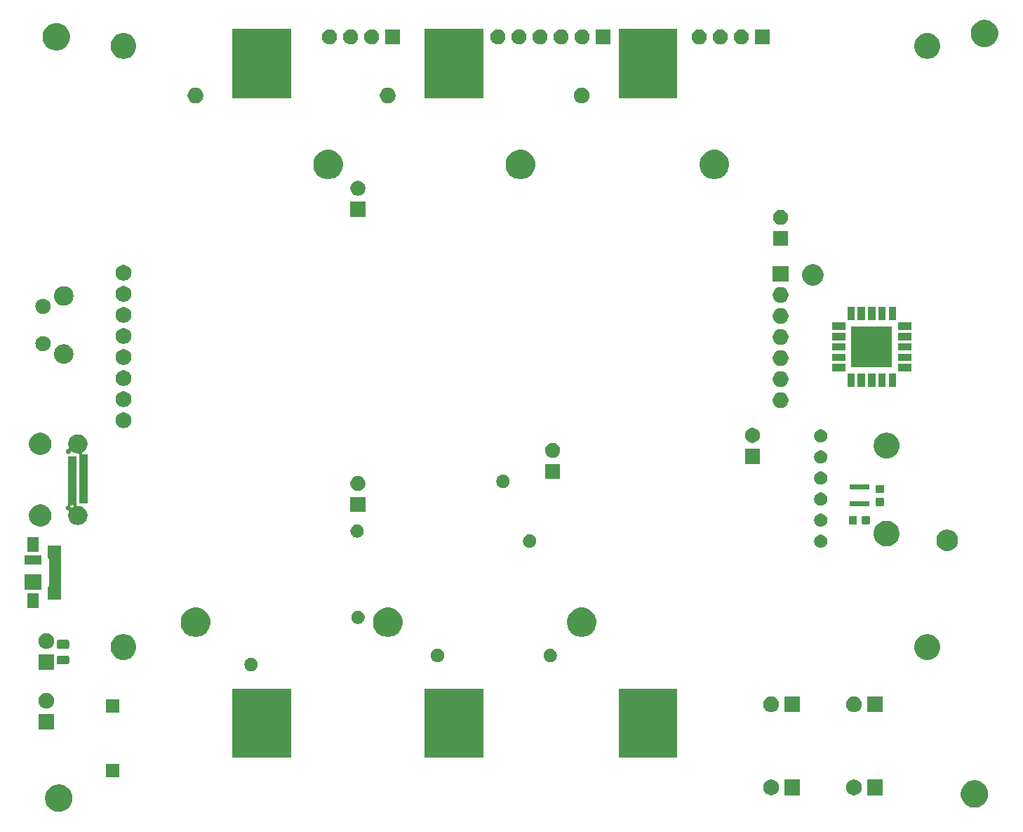
<source format=gbr>
G04 #@! TF.GenerationSoftware,KiCad,Pcbnew,(5.1.5)-3*
G04 #@! TF.CreationDate,2021-12-07T19:33:22+01:00*
G04 #@! TF.ProjectId,EnvSensor-v2,456e7653-656e-4736-9f72-2d76322e6b69,rev?*
G04 #@! TF.SameCoordinates,Original*
G04 #@! TF.FileFunction,Soldermask,Bot*
G04 #@! TF.FilePolarity,Negative*
%FSLAX46Y46*%
G04 Gerber Fmt 4.6, Leading zero omitted, Abs format (unit mm)*
G04 Created by KiCad (PCBNEW (5.1.5)-3) date 2021-12-07 19:33:22*
%MOMM*%
%LPD*%
G04 APERTURE LIST*
%ADD10C,0.100000*%
G04 APERTURE END LIST*
D10*
X56243000Y-92450000D02*
G75*
G03X56243000Y-92450000I-1143000J0D01*
G01*
X53489000Y-86700000D02*
G75*
G03X53489000Y-86700000I-889000J0D01*
G01*
X53489000Y-91200000D02*
G75*
G03X53489000Y-91200000I-889000J0D01*
G01*
X56243000Y-85450000D02*
G75*
G03X56243000Y-85450000I-1143000J0D01*
G01*
G36*
X54875256Y-144391298D02*
G01*
X54981579Y-144412447D01*
X55282042Y-144536903D01*
X55552451Y-144717585D01*
X55782415Y-144947549D01*
X55963097Y-145217958D01*
X56087553Y-145518421D01*
X56106655Y-145614453D01*
X56151000Y-145837389D01*
X56151000Y-146162611D01*
X56108702Y-146375256D01*
X56087553Y-146481579D01*
X55963097Y-146782042D01*
X55782415Y-147052451D01*
X55552451Y-147282415D01*
X55282042Y-147463097D01*
X54981579Y-147587553D01*
X54875256Y-147608702D01*
X54662611Y-147651000D01*
X54337389Y-147651000D01*
X54124744Y-147608702D01*
X54018421Y-147587553D01*
X53717958Y-147463097D01*
X53447549Y-147282415D01*
X53217585Y-147052451D01*
X53036903Y-146782042D01*
X52912447Y-146481579D01*
X52891298Y-146375256D01*
X52849000Y-146162611D01*
X52849000Y-145837389D01*
X52893345Y-145614453D01*
X52912447Y-145518421D01*
X53036903Y-145217958D01*
X53217585Y-144947549D01*
X53447549Y-144717585D01*
X53717958Y-144536903D01*
X54018421Y-144412447D01*
X54124744Y-144391298D01*
X54337389Y-144349000D01*
X54662611Y-144349000D01*
X54875256Y-144391298D01*
G37*
G36*
X165375256Y-143891298D02*
G01*
X165481579Y-143912447D01*
X165782042Y-144036903D01*
X166052451Y-144217585D01*
X166282415Y-144447549D01*
X166463097Y-144717958D01*
X166558198Y-144947551D01*
X166587553Y-145018422D01*
X166627244Y-145217958D01*
X166651000Y-145337391D01*
X166651000Y-145662609D01*
X166587553Y-145981579D01*
X166463097Y-146282042D01*
X166282415Y-146552451D01*
X166052451Y-146782415D01*
X165782042Y-146963097D01*
X165481579Y-147087553D01*
X165375256Y-147108702D01*
X165162611Y-147151000D01*
X164837389Y-147151000D01*
X164624744Y-147108702D01*
X164518421Y-147087553D01*
X164217958Y-146963097D01*
X163947549Y-146782415D01*
X163717585Y-146552451D01*
X163536903Y-146282042D01*
X163412447Y-145981579D01*
X163349000Y-145662609D01*
X163349000Y-145337391D01*
X163372757Y-145217958D01*
X163412447Y-145018422D01*
X163441803Y-144947551D01*
X163536903Y-144717958D01*
X163717585Y-144447549D01*
X163947549Y-144217585D01*
X164217958Y-144036903D01*
X164518421Y-143912447D01*
X164624744Y-143891298D01*
X164837389Y-143849000D01*
X165162611Y-143849000D01*
X165375256Y-143891298D01*
G37*
G36*
X140737395Y-143785546D02*
G01*
X140910466Y-143857234D01*
X140910467Y-143857235D01*
X141066227Y-143961310D01*
X141198690Y-144093773D01*
X141198691Y-144093775D01*
X141302766Y-144249534D01*
X141374454Y-144422605D01*
X141411000Y-144606333D01*
X141411000Y-144793667D01*
X141374454Y-144977395D01*
X141302766Y-145150466D01*
X141302765Y-145150467D01*
X141198690Y-145306227D01*
X141066227Y-145438690D01*
X140987818Y-145491081D01*
X140910466Y-145542766D01*
X140737395Y-145614454D01*
X140553667Y-145651000D01*
X140366333Y-145651000D01*
X140182605Y-145614454D01*
X140009534Y-145542766D01*
X139932182Y-145491081D01*
X139853773Y-145438690D01*
X139721310Y-145306227D01*
X139617235Y-145150467D01*
X139617234Y-145150466D01*
X139545546Y-144977395D01*
X139509000Y-144793667D01*
X139509000Y-144606333D01*
X139545546Y-144422605D01*
X139617234Y-144249534D01*
X139721309Y-144093775D01*
X139721310Y-144093773D01*
X139853773Y-143961310D01*
X140009533Y-143857235D01*
X140009534Y-143857234D01*
X140182605Y-143785546D01*
X140366333Y-143749000D01*
X140553667Y-143749000D01*
X140737395Y-143785546D01*
G37*
G36*
X143951000Y-145651000D02*
G01*
X142049000Y-145651000D01*
X142049000Y-143749000D01*
X143951000Y-143749000D01*
X143951000Y-145651000D01*
G37*
G36*
X150737395Y-143785546D02*
G01*
X150910466Y-143857234D01*
X150910467Y-143857235D01*
X151066227Y-143961310D01*
X151198690Y-144093773D01*
X151198691Y-144093775D01*
X151302766Y-144249534D01*
X151374454Y-144422605D01*
X151411000Y-144606333D01*
X151411000Y-144793667D01*
X151374454Y-144977395D01*
X151302766Y-145150466D01*
X151302765Y-145150467D01*
X151198690Y-145306227D01*
X151066227Y-145438690D01*
X150987818Y-145491081D01*
X150910466Y-145542766D01*
X150737395Y-145614454D01*
X150553667Y-145651000D01*
X150366333Y-145651000D01*
X150182605Y-145614454D01*
X150009534Y-145542766D01*
X149932182Y-145491081D01*
X149853773Y-145438690D01*
X149721310Y-145306227D01*
X149617235Y-145150467D01*
X149617234Y-145150466D01*
X149545546Y-144977395D01*
X149509000Y-144793667D01*
X149509000Y-144606333D01*
X149545546Y-144422605D01*
X149617234Y-144249534D01*
X149721309Y-144093775D01*
X149721310Y-144093773D01*
X149853773Y-143961310D01*
X150009533Y-143857235D01*
X150009534Y-143857234D01*
X150182605Y-143785546D01*
X150366333Y-143749000D01*
X150553667Y-143749000D01*
X150737395Y-143785546D01*
G37*
G36*
X153951000Y-145651000D02*
G01*
X152049000Y-145651000D01*
X152049000Y-143749000D01*
X153951000Y-143749000D01*
X153951000Y-145651000D01*
G37*
G36*
X61801000Y-143501000D02*
G01*
X60199000Y-143501000D01*
X60199000Y-141899000D01*
X61801000Y-141899000D01*
X61801000Y-143501000D01*
G37*
G36*
X82551000Y-141151000D02*
G01*
X75449000Y-141151000D01*
X75449000Y-132809000D01*
X82551000Y-132809000D01*
X82551000Y-141151000D01*
G37*
G36*
X105751000Y-141151000D02*
G01*
X98649000Y-141151000D01*
X98649000Y-132809000D01*
X105751000Y-132809000D01*
X105751000Y-141151000D01*
G37*
G36*
X129151000Y-141151000D02*
G01*
X122049000Y-141151000D01*
X122049000Y-132809000D01*
X129151000Y-132809000D01*
X129151000Y-141151000D01*
G37*
G36*
X53951000Y-137751000D02*
G01*
X52049000Y-137751000D01*
X52049000Y-135849000D01*
X53951000Y-135849000D01*
X53951000Y-137751000D01*
G37*
G36*
X61801000Y-135701000D02*
G01*
X60199000Y-135701000D01*
X60199000Y-134099000D01*
X61801000Y-134099000D01*
X61801000Y-135701000D01*
G37*
G36*
X140737395Y-133785546D02*
G01*
X140910466Y-133857234D01*
X140910467Y-133857235D01*
X141066227Y-133961310D01*
X141198690Y-134093773D01*
X141247173Y-134166333D01*
X141302766Y-134249534D01*
X141374454Y-134422605D01*
X141411000Y-134606333D01*
X141411000Y-134793667D01*
X141374454Y-134977395D01*
X141302766Y-135150466D01*
X141262318Y-135211000D01*
X141198690Y-135306227D01*
X141066227Y-135438690D01*
X140987818Y-135491081D01*
X140910466Y-135542766D01*
X140737395Y-135614454D01*
X140553667Y-135651000D01*
X140366333Y-135651000D01*
X140182605Y-135614454D01*
X140009534Y-135542766D01*
X139932182Y-135491081D01*
X139853773Y-135438690D01*
X139721310Y-135306227D01*
X139657682Y-135211000D01*
X139617234Y-135150466D01*
X139545546Y-134977395D01*
X139509000Y-134793667D01*
X139509000Y-134606333D01*
X139545546Y-134422605D01*
X139617234Y-134249534D01*
X139672827Y-134166333D01*
X139721310Y-134093773D01*
X139853773Y-133961310D01*
X140009533Y-133857235D01*
X140009534Y-133857234D01*
X140182605Y-133785546D01*
X140366333Y-133749000D01*
X140553667Y-133749000D01*
X140737395Y-133785546D01*
G37*
G36*
X143951000Y-135651000D02*
G01*
X142049000Y-135651000D01*
X142049000Y-133749000D01*
X143951000Y-133749000D01*
X143951000Y-135651000D01*
G37*
G36*
X150737395Y-133785546D02*
G01*
X150910466Y-133857234D01*
X150910467Y-133857235D01*
X151066227Y-133961310D01*
X151198690Y-134093773D01*
X151247173Y-134166333D01*
X151302766Y-134249534D01*
X151374454Y-134422605D01*
X151411000Y-134606333D01*
X151411000Y-134793667D01*
X151374454Y-134977395D01*
X151302766Y-135150466D01*
X151262318Y-135211000D01*
X151198690Y-135306227D01*
X151066227Y-135438690D01*
X150987818Y-135491081D01*
X150910466Y-135542766D01*
X150737395Y-135614454D01*
X150553667Y-135651000D01*
X150366333Y-135651000D01*
X150182605Y-135614454D01*
X150009534Y-135542766D01*
X149932182Y-135491081D01*
X149853773Y-135438690D01*
X149721310Y-135306227D01*
X149657682Y-135211000D01*
X149617234Y-135150466D01*
X149545546Y-134977395D01*
X149509000Y-134793667D01*
X149509000Y-134606333D01*
X149545546Y-134422605D01*
X149617234Y-134249534D01*
X149672827Y-134166333D01*
X149721310Y-134093773D01*
X149853773Y-133961310D01*
X150009533Y-133857235D01*
X150009534Y-133857234D01*
X150182605Y-133785546D01*
X150366333Y-133749000D01*
X150553667Y-133749000D01*
X150737395Y-133785546D01*
G37*
G36*
X153951000Y-135651000D02*
G01*
X152049000Y-135651000D01*
X152049000Y-133749000D01*
X153951000Y-133749000D01*
X153951000Y-135651000D01*
G37*
G36*
X53277395Y-133345546D02*
G01*
X53450466Y-133417234D01*
X53450467Y-133417235D01*
X53606227Y-133521310D01*
X53738690Y-133653773D01*
X53738691Y-133653775D01*
X53842766Y-133809534D01*
X53914454Y-133982605D01*
X53951000Y-134166333D01*
X53951000Y-134353667D01*
X53914454Y-134537395D01*
X53842766Y-134710466D01*
X53842765Y-134710467D01*
X53738690Y-134866227D01*
X53606227Y-134998690D01*
X53527818Y-135051081D01*
X53450466Y-135102766D01*
X53277395Y-135174454D01*
X53093667Y-135211000D01*
X52906333Y-135211000D01*
X52722605Y-135174454D01*
X52549534Y-135102766D01*
X52472182Y-135051081D01*
X52393773Y-134998690D01*
X52261310Y-134866227D01*
X52157235Y-134710467D01*
X52157234Y-134710466D01*
X52085546Y-134537395D01*
X52049000Y-134353667D01*
X52049000Y-134166333D01*
X52085546Y-133982605D01*
X52157234Y-133809534D01*
X52261309Y-133653775D01*
X52261310Y-133653773D01*
X52393773Y-133521310D01*
X52549533Y-133417235D01*
X52549534Y-133417234D01*
X52722605Y-133345546D01*
X52906333Y-133309000D01*
X53093667Y-133309000D01*
X53277395Y-133345546D01*
G37*
G36*
X77933642Y-129129781D02*
G01*
X78079414Y-129190162D01*
X78079416Y-129190163D01*
X78210608Y-129277822D01*
X78322178Y-129389392D01*
X78409837Y-129520584D01*
X78409838Y-129520586D01*
X78470219Y-129666358D01*
X78501000Y-129821107D01*
X78501000Y-129978893D01*
X78470219Y-130133642D01*
X78409838Y-130279414D01*
X78409837Y-130279416D01*
X78322178Y-130410608D01*
X78210608Y-130522178D01*
X78079416Y-130609837D01*
X78079415Y-130609838D01*
X78079414Y-130609838D01*
X77933642Y-130670219D01*
X77778893Y-130701000D01*
X77621107Y-130701000D01*
X77466358Y-130670219D01*
X77320586Y-130609838D01*
X77320585Y-130609838D01*
X77320584Y-130609837D01*
X77189392Y-130522178D01*
X77077822Y-130410608D01*
X76990163Y-130279416D01*
X76990162Y-130279414D01*
X76929781Y-130133642D01*
X76899000Y-129978893D01*
X76899000Y-129821107D01*
X76929781Y-129666358D01*
X76990162Y-129520586D01*
X76990163Y-129520584D01*
X77077822Y-129389392D01*
X77189392Y-129277822D01*
X77320584Y-129190163D01*
X77320586Y-129190162D01*
X77466358Y-129129781D01*
X77621107Y-129099000D01*
X77778893Y-129099000D01*
X77933642Y-129129781D01*
G37*
G36*
X53951000Y-130551000D02*
G01*
X52049000Y-130551000D01*
X52049000Y-128649000D01*
X53951000Y-128649000D01*
X53951000Y-130551000D01*
G37*
G36*
X55584468Y-128803565D02*
G01*
X55623138Y-128815296D01*
X55658777Y-128834346D01*
X55690017Y-128859983D01*
X55715654Y-128891223D01*
X55734704Y-128926862D01*
X55746435Y-128965532D01*
X55751000Y-129011888D01*
X55751000Y-129663112D01*
X55746435Y-129709468D01*
X55734704Y-129748138D01*
X55715654Y-129783777D01*
X55690017Y-129815017D01*
X55658777Y-129840654D01*
X55623138Y-129859704D01*
X55584468Y-129871435D01*
X55538112Y-129876000D01*
X54461888Y-129876000D01*
X54415532Y-129871435D01*
X54376862Y-129859704D01*
X54341223Y-129840654D01*
X54309983Y-129815017D01*
X54284346Y-129783777D01*
X54265296Y-129748138D01*
X54253565Y-129709468D01*
X54249000Y-129663112D01*
X54249000Y-129011888D01*
X54253565Y-128965532D01*
X54265296Y-128926862D01*
X54284346Y-128891223D01*
X54309983Y-128859983D01*
X54341223Y-128834346D01*
X54376862Y-128815296D01*
X54415532Y-128803565D01*
X54461888Y-128799000D01*
X55538112Y-128799000D01*
X55584468Y-128803565D01*
G37*
G36*
X100433642Y-128029781D02*
G01*
X100579414Y-128090162D01*
X100579416Y-128090163D01*
X100710608Y-128177822D01*
X100822178Y-128289392D01*
X100909837Y-128420584D01*
X100909838Y-128420586D01*
X100970219Y-128566358D01*
X101001000Y-128721107D01*
X101001000Y-128878893D01*
X100970219Y-129033642D01*
X100930396Y-129129782D01*
X100909837Y-129179416D01*
X100822178Y-129310608D01*
X100710608Y-129422178D01*
X100579416Y-129509837D01*
X100579415Y-129509838D01*
X100579414Y-129509838D01*
X100433642Y-129570219D01*
X100278893Y-129601000D01*
X100121107Y-129601000D01*
X99966358Y-129570219D01*
X99820586Y-129509838D01*
X99820585Y-129509838D01*
X99820584Y-129509837D01*
X99689392Y-129422178D01*
X99577822Y-129310608D01*
X99490163Y-129179416D01*
X99469604Y-129129782D01*
X99429781Y-129033642D01*
X99399000Y-128878893D01*
X99399000Y-128721107D01*
X99429781Y-128566358D01*
X99490162Y-128420586D01*
X99490163Y-128420584D01*
X99577822Y-128289392D01*
X99689392Y-128177822D01*
X99820584Y-128090163D01*
X99820586Y-128090162D01*
X99966358Y-128029781D01*
X100121107Y-127999000D01*
X100278893Y-127999000D01*
X100433642Y-128029781D01*
G37*
G36*
X114033642Y-128029781D02*
G01*
X114179414Y-128090162D01*
X114179416Y-128090163D01*
X114310608Y-128177822D01*
X114422178Y-128289392D01*
X114509837Y-128420584D01*
X114509838Y-128420586D01*
X114570219Y-128566358D01*
X114601000Y-128721107D01*
X114601000Y-128878893D01*
X114570219Y-129033642D01*
X114530396Y-129129782D01*
X114509837Y-129179416D01*
X114422178Y-129310608D01*
X114310608Y-129422178D01*
X114179416Y-129509837D01*
X114179415Y-129509838D01*
X114179414Y-129509838D01*
X114033642Y-129570219D01*
X113878893Y-129601000D01*
X113721107Y-129601000D01*
X113566358Y-129570219D01*
X113420586Y-129509838D01*
X113420585Y-129509838D01*
X113420584Y-129509837D01*
X113289392Y-129422178D01*
X113177822Y-129310608D01*
X113090163Y-129179416D01*
X113069604Y-129129782D01*
X113029781Y-129033642D01*
X112999000Y-128878893D01*
X112999000Y-128721107D01*
X113029781Y-128566358D01*
X113090162Y-128420586D01*
X113090163Y-128420584D01*
X113177822Y-128289392D01*
X113289392Y-128177822D01*
X113420584Y-128090163D01*
X113420586Y-128090162D01*
X113566358Y-128029781D01*
X113721107Y-127999000D01*
X113878893Y-127999000D01*
X114033642Y-128029781D01*
G37*
G36*
X62602585Y-126278802D02*
G01*
X62752410Y-126308604D01*
X63034674Y-126425521D01*
X63288705Y-126595259D01*
X63504741Y-126811295D01*
X63674479Y-127065326D01*
X63791396Y-127347590D01*
X63791396Y-127347591D01*
X63851000Y-127647239D01*
X63851000Y-127952761D01*
X63839415Y-128011000D01*
X63791396Y-128252410D01*
X63674479Y-128534674D01*
X63504741Y-128788705D01*
X63288705Y-129004741D01*
X63034674Y-129174479D01*
X62752410Y-129291396D01*
X62602585Y-129321198D01*
X62452761Y-129351000D01*
X62147239Y-129351000D01*
X61997415Y-129321198D01*
X61847590Y-129291396D01*
X61565326Y-129174479D01*
X61311295Y-129004741D01*
X61095259Y-128788705D01*
X60925521Y-128534674D01*
X60808604Y-128252410D01*
X60760585Y-128011000D01*
X60749000Y-127952761D01*
X60749000Y-127647239D01*
X60808604Y-127347591D01*
X60808604Y-127347590D01*
X60925521Y-127065326D01*
X61095259Y-126811295D01*
X61311295Y-126595259D01*
X61565326Y-126425521D01*
X61847590Y-126308604D01*
X61997415Y-126278802D01*
X62147239Y-126249000D01*
X62452761Y-126249000D01*
X62602585Y-126278802D01*
G37*
G36*
X159602585Y-126278802D02*
G01*
X159752410Y-126308604D01*
X160034674Y-126425521D01*
X160288705Y-126595259D01*
X160504741Y-126811295D01*
X160674479Y-127065326D01*
X160791396Y-127347590D01*
X160791396Y-127347591D01*
X160851000Y-127647239D01*
X160851000Y-127952761D01*
X160839415Y-128011000D01*
X160791396Y-128252410D01*
X160674479Y-128534674D01*
X160504741Y-128788705D01*
X160288705Y-129004741D01*
X160034674Y-129174479D01*
X159752410Y-129291396D01*
X159602585Y-129321198D01*
X159452761Y-129351000D01*
X159147239Y-129351000D01*
X158997415Y-129321198D01*
X158847590Y-129291396D01*
X158565326Y-129174479D01*
X158311295Y-129004741D01*
X158095259Y-128788705D01*
X157925521Y-128534674D01*
X157808604Y-128252410D01*
X157760585Y-128011000D01*
X157749000Y-127952761D01*
X157749000Y-127647239D01*
X157808604Y-127347591D01*
X157808604Y-127347590D01*
X157925521Y-127065326D01*
X158095259Y-126811295D01*
X158311295Y-126595259D01*
X158565326Y-126425521D01*
X158847590Y-126308604D01*
X158997415Y-126278802D01*
X159147239Y-126249000D01*
X159452761Y-126249000D01*
X159602585Y-126278802D01*
G37*
G36*
X53277395Y-126145546D02*
G01*
X53450466Y-126217234D01*
X53450467Y-126217235D01*
X53606227Y-126321310D01*
X53738690Y-126453773D01*
X53738691Y-126453775D01*
X53842766Y-126609534D01*
X53914454Y-126782605D01*
X53951000Y-126966333D01*
X53951000Y-127153667D01*
X53914454Y-127337395D01*
X53842766Y-127510466D01*
X53842765Y-127510467D01*
X53738690Y-127666227D01*
X53606227Y-127798690D01*
X53552681Y-127834468D01*
X53450466Y-127902766D01*
X53277395Y-127974454D01*
X53093667Y-128011000D01*
X52906333Y-128011000D01*
X52722605Y-127974454D01*
X52549534Y-127902766D01*
X52447319Y-127834468D01*
X52393773Y-127798690D01*
X52261310Y-127666227D01*
X52157235Y-127510467D01*
X52157234Y-127510466D01*
X52085546Y-127337395D01*
X52049000Y-127153667D01*
X52049000Y-126966333D01*
X52085546Y-126782605D01*
X52157234Y-126609534D01*
X52261309Y-126453775D01*
X52261310Y-126453773D01*
X52393773Y-126321310D01*
X52549533Y-126217235D01*
X52549534Y-126217234D01*
X52722605Y-126145546D01*
X52906333Y-126109000D01*
X53093667Y-126109000D01*
X53277395Y-126145546D01*
G37*
G36*
X55584468Y-126928565D02*
G01*
X55623138Y-126940296D01*
X55658777Y-126959346D01*
X55690017Y-126984983D01*
X55715654Y-127016223D01*
X55734704Y-127051862D01*
X55746435Y-127090532D01*
X55751000Y-127136888D01*
X55751000Y-127788112D01*
X55746435Y-127834468D01*
X55734704Y-127873138D01*
X55715654Y-127908777D01*
X55690017Y-127940017D01*
X55658777Y-127965654D01*
X55623138Y-127984704D01*
X55584468Y-127996435D01*
X55538112Y-128001000D01*
X54461888Y-128001000D01*
X54415532Y-127996435D01*
X54376862Y-127984704D01*
X54341223Y-127965654D01*
X54309983Y-127940017D01*
X54284346Y-127908777D01*
X54265296Y-127873138D01*
X54253565Y-127834468D01*
X54249000Y-127788112D01*
X54249000Y-127136888D01*
X54253565Y-127090532D01*
X54265296Y-127051862D01*
X54284346Y-127016223D01*
X54309983Y-126984983D01*
X54341223Y-126959346D01*
X54376862Y-126940296D01*
X54415532Y-126928565D01*
X54461888Y-126924000D01*
X55538112Y-126924000D01*
X55584468Y-126928565D01*
G37*
G36*
X118118039Y-123092250D02*
G01*
X118307372Y-123170675D01*
X118441251Y-123226129D01*
X118732134Y-123420491D01*
X118979509Y-123667866D01*
X119173871Y-123958749D01*
X119229325Y-124092628D01*
X119307750Y-124281961D01*
X119376000Y-124625078D01*
X119376000Y-124974922D01*
X119307750Y-125318039D01*
X119229325Y-125507372D01*
X119173871Y-125641251D01*
X118979509Y-125932134D01*
X118732134Y-126179509D01*
X118441251Y-126373871D01*
X118307372Y-126429325D01*
X118118039Y-126507750D01*
X117774922Y-126576000D01*
X117425078Y-126576000D01*
X117081961Y-126507750D01*
X116892628Y-126429325D01*
X116758749Y-126373871D01*
X116467866Y-126179509D01*
X116220491Y-125932134D01*
X116026129Y-125641251D01*
X115970675Y-125507372D01*
X115892250Y-125318039D01*
X115824000Y-124974922D01*
X115824000Y-124625078D01*
X115892250Y-124281961D01*
X115970675Y-124092628D01*
X116026129Y-123958749D01*
X116220491Y-123667866D01*
X116467866Y-123420491D01*
X116758749Y-123226129D01*
X116892628Y-123170675D01*
X117081961Y-123092250D01*
X117425078Y-123024000D01*
X117774922Y-123024000D01*
X118118039Y-123092250D01*
G37*
G36*
X94718039Y-123092250D02*
G01*
X94907372Y-123170675D01*
X95041251Y-123226129D01*
X95332134Y-123420491D01*
X95579509Y-123667866D01*
X95773871Y-123958749D01*
X95829325Y-124092628D01*
X95907750Y-124281961D01*
X95976000Y-124625078D01*
X95976000Y-124974922D01*
X95907750Y-125318039D01*
X95829325Y-125507372D01*
X95773871Y-125641251D01*
X95579509Y-125932134D01*
X95332134Y-126179509D01*
X95041251Y-126373871D01*
X94907372Y-126429325D01*
X94718039Y-126507750D01*
X94374922Y-126576000D01*
X94025078Y-126576000D01*
X93681961Y-126507750D01*
X93492628Y-126429325D01*
X93358749Y-126373871D01*
X93067866Y-126179509D01*
X92820491Y-125932134D01*
X92626129Y-125641251D01*
X92570675Y-125507372D01*
X92492250Y-125318039D01*
X92424000Y-124974922D01*
X92424000Y-124625078D01*
X92492250Y-124281961D01*
X92570675Y-124092628D01*
X92626129Y-123958749D01*
X92820491Y-123667866D01*
X93067866Y-123420491D01*
X93358749Y-123226129D01*
X93492628Y-123170675D01*
X93681961Y-123092250D01*
X94025078Y-123024000D01*
X94374922Y-123024000D01*
X94718039Y-123092250D01*
G37*
G36*
X71518039Y-123092250D02*
G01*
X71707372Y-123170675D01*
X71841251Y-123226129D01*
X72132134Y-123420491D01*
X72379509Y-123667866D01*
X72573871Y-123958749D01*
X72629325Y-124092628D01*
X72707750Y-124281961D01*
X72776000Y-124625078D01*
X72776000Y-124974922D01*
X72707750Y-125318039D01*
X72629325Y-125507372D01*
X72573871Y-125641251D01*
X72379509Y-125932134D01*
X72132134Y-126179509D01*
X71841251Y-126373871D01*
X71707372Y-126429325D01*
X71518039Y-126507750D01*
X71174922Y-126576000D01*
X70825078Y-126576000D01*
X70481961Y-126507750D01*
X70292628Y-126429325D01*
X70158749Y-126373871D01*
X69867866Y-126179509D01*
X69620491Y-125932134D01*
X69426129Y-125641251D01*
X69370675Y-125507372D01*
X69292250Y-125318039D01*
X69224000Y-124974922D01*
X69224000Y-124625078D01*
X69292250Y-124281961D01*
X69370675Y-124092628D01*
X69426129Y-123958749D01*
X69620491Y-123667866D01*
X69867866Y-123420491D01*
X70158749Y-123226129D01*
X70292628Y-123170675D01*
X70481961Y-123092250D01*
X70825078Y-123024000D01*
X71174922Y-123024000D01*
X71518039Y-123092250D01*
G37*
G36*
X90833642Y-123429781D02*
G01*
X90979414Y-123490162D01*
X90979416Y-123490163D01*
X91110608Y-123577822D01*
X91222178Y-123689392D01*
X91309837Y-123820584D01*
X91309838Y-123820586D01*
X91370219Y-123966358D01*
X91401000Y-124121107D01*
X91401000Y-124278893D01*
X91370219Y-124433642D01*
X91309838Y-124579414D01*
X91309837Y-124579416D01*
X91222178Y-124710608D01*
X91110608Y-124822178D01*
X90979416Y-124909837D01*
X90979415Y-124909838D01*
X90979414Y-124909838D01*
X90833642Y-124970219D01*
X90678893Y-125001000D01*
X90521107Y-125001000D01*
X90366358Y-124970219D01*
X90220586Y-124909838D01*
X90220585Y-124909838D01*
X90220584Y-124909837D01*
X90089392Y-124822178D01*
X89977822Y-124710608D01*
X89890163Y-124579416D01*
X89890162Y-124579414D01*
X89829781Y-124433642D01*
X89799000Y-124278893D01*
X89799000Y-124121107D01*
X89829781Y-123966358D01*
X89890162Y-123820586D01*
X89890163Y-123820584D01*
X89977822Y-123689392D01*
X90089392Y-123577822D01*
X90220584Y-123490163D01*
X90220586Y-123490162D01*
X90366358Y-123429781D01*
X90521107Y-123399000D01*
X90678893Y-123399000D01*
X90833642Y-123429781D01*
G37*
G36*
X52101000Y-123051000D02*
G01*
X50699000Y-123051000D01*
X50699000Y-121299000D01*
X52101000Y-121299000D01*
X52101000Y-123051000D01*
G37*
G36*
X54801000Y-122051000D02*
G01*
X53149000Y-122051000D01*
X53149000Y-120524000D01*
X53194001Y-120524000D01*
X53218387Y-120521598D01*
X53241836Y-120514485D01*
X53263447Y-120502934D01*
X53282389Y-120487389D01*
X53297934Y-120468447D01*
X53309485Y-120446836D01*
X53316598Y-120423387D01*
X53319000Y-120399001D01*
X53319000Y-117200999D01*
X53316598Y-117176613D01*
X53309485Y-117153164D01*
X53297934Y-117131553D01*
X53282389Y-117112611D01*
X53263447Y-117097066D01*
X53241836Y-117085515D01*
X53218387Y-117078402D01*
X53194001Y-117076000D01*
X53149000Y-117076000D01*
X53149000Y-115549000D01*
X54801000Y-115549000D01*
X54801000Y-122051000D01*
G37*
G36*
X52401000Y-120901000D02*
G01*
X50399000Y-120901000D01*
X50399000Y-118999000D01*
X52401000Y-118999000D01*
X52401000Y-120901000D01*
G37*
G36*
X52401000Y-117801000D02*
G01*
X50399000Y-117801000D01*
X50399000Y-116699000D01*
X52401000Y-116699000D01*
X52401000Y-117801000D01*
G37*
G36*
X52101000Y-116301000D02*
G01*
X50699000Y-116301000D01*
X50699000Y-114549000D01*
X52101000Y-114549000D01*
X52101000Y-116301000D01*
G37*
G36*
X162079487Y-113648996D02*
G01*
X162253580Y-113721108D01*
X162316255Y-113747069D01*
X162529339Y-113889447D01*
X162710553Y-114070661D01*
X162836919Y-114259781D01*
X162852932Y-114283747D01*
X162951004Y-114520513D01*
X163001000Y-114771861D01*
X163001000Y-115028139D01*
X162951004Y-115279487D01*
X162855270Y-115510608D01*
X162852931Y-115516255D01*
X162710553Y-115729339D01*
X162529339Y-115910553D01*
X162316255Y-116052931D01*
X162316254Y-116052932D01*
X162316253Y-116052932D01*
X162079487Y-116151004D01*
X161828139Y-116201000D01*
X161571861Y-116201000D01*
X161320513Y-116151004D01*
X161083747Y-116052932D01*
X161083746Y-116052932D01*
X161083745Y-116052931D01*
X160870661Y-115910553D01*
X160689447Y-115729339D01*
X160547069Y-115516255D01*
X160544730Y-115510608D01*
X160448996Y-115279487D01*
X160399000Y-115028139D01*
X160399000Y-114771861D01*
X160448996Y-114520513D01*
X160547068Y-114283747D01*
X160563082Y-114259781D01*
X160689447Y-114070661D01*
X160870661Y-113889447D01*
X161083745Y-113747069D01*
X161146420Y-113721108D01*
X161320513Y-113648996D01*
X161571861Y-113599000D01*
X161828139Y-113599000D01*
X162079487Y-113648996D01*
G37*
G36*
X146673642Y-114259781D02*
G01*
X146819414Y-114320162D01*
X146819416Y-114320163D01*
X146950608Y-114407822D01*
X147062178Y-114519392D01*
X147129793Y-114620586D01*
X147149838Y-114650586D01*
X147210219Y-114796358D01*
X147241000Y-114951107D01*
X147241000Y-115108893D01*
X147210219Y-115263642D01*
X147149838Y-115409414D01*
X147149837Y-115409416D01*
X147062178Y-115540608D01*
X146950608Y-115652178D01*
X146819416Y-115739837D01*
X146819415Y-115739838D01*
X146819414Y-115739838D01*
X146673642Y-115800219D01*
X146518893Y-115831000D01*
X146361107Y-115831000D01*
X146206358Y-115800219D01*
X146060586Y-115739838D01*
X146060585Y-115739838D01*
X146060584Y-115739837D01*
X145929392Y-115652178D01*
X145817822Y-115540608D01*
X145730163Y-115409416D01*
X145730162Y-115409414D01*
X145669781Y-115263642D01*
X145639000Y-115108893D01*
X145639000Y-114951107D01*
X145669781Y-114796358D01*
X145730162Y-114650586D01*
X145750207Y-114620586D01*
X145817822Y-114519392D01*
X145929392Y-114407822D01*
X146060584Y-114320163D01*
X146060586Y-114320162D01*
X146206358Y-114259781D01*
X146361107Y-114229000D01*
X146518893Y-114229000D01*
X146673642Y-114259781D01*
G37*
G36*
X111533642Y-114229781D02*
G01*
X111679414Y-114290162D01*
X111679416Y-114290163D01*
X111810608Y-114377822D01*
X111922178Y-114489392D01*
X111976184Y-114570219D01*
X112009838Y-114620586D01*
X112070219Y-114766358D01*
X112101000Y-114921107D01*
X112101000Y-115078893D01*
X112070219Y-115233642D01*
X112009838Y-115379414D01*
X112009837Y-115379416D01*
X111922178Y-115510608D01*
X111810608Y-115622178D01*
X111679416Y-115709837D01*
X111679415Y-115709838D01*
X111679414Y-115709838D01*
X111533642Y-115770219D01*
X111378893Y-115801000D01*
X111221107Y-115801000D01*
X111066358Y-115770219D01*
X110920586Y-115709838D01*
X110920585Y-115709838D01*
X110920584Y-115709837D01*
X110789392Y-115622178D01*
X110677822Y-115510608D01*
X110590163Y-115379416D01*
X110590162Y-115379414D01*
X110529781Y-115233642D01*
X110499000Y-115078893D01*
X110499000Y-114921107D01*
X110529781Y-114766358D01*
X110590162Y-114620586D01*
X110623816Y-114570219D01*
X110677822Y-114489392D01*
X110789392Y-114377822D01*
X110920584Y-114290163D01*
X110920586Y-114290162D01*
X111066358Y-114229781D01*
X111221107Y-114199000D01*
X111378893Y-114199000D01*
X111533642Y-114229781D01*
G37*
G36*
X154652764Y-112568892D02*
G01*
X154852410Y-112608604D01*
X155134674Y-112725521D01*
X155388705Y-112895259D01*
X155604741Y-113111295D01*
X155774479Y-113365326D01*
X155891396Y-113647590D01*
X155891676Y-113648997D01*
X155951000Y-113947239D01*
X155951000Y-114252761D01*
X155949603Y-114259782D01*
X155891396Y-114552410D01*
X155774479Y-114834674D01*
X155604741Y-115088705D01*
X155388705Y-115304741D01*
X155134674Y-115474479D01*
X154852410Y-115591396D01*
X154702585Y-115621198D01*
X154552761Y-115651000D01*
X154247239Y-115651000D01*
X154097415Y-115621198D01*
X153947590Y-115591396D01*
X153665326Y-115474479D01*
X153411295Y-115304741D01*
X153195259Y-115088705D01*
X153025521Y-114834674D01*
X152908604Y-114552410D01*
X152850397Y-114259782D01*
X152849000Y-114252761D01*
X152849000Y-113947239D01*
X152908324Y-113648997D01*
X152908604Y-113647590D01*
X153025521Y-113365326D01*
X153195259Y-113111295D01*
X153411295Y-112895259D01*
X153665326Y-112725521D01*
X153947590Y-112608604D01*
X154147236Y-112568892D01*
X154247239Y-112549000D01*
X154552761Y-112549000D01*
X154652764Y-112568892D01*
G37*
G36*
X90733642Y-113029781D02*
G01*
X90879414Y-113090162D01*
X90879416Y-113090163D01*
X91010608Y-113177822D01*
X91122178Y-113289392D01*
X91123252Y-113291000D01*
X91209838Y-113420586D01*
X91270219Y-113566358D01*
X91301000Y-113721107D01*
X91301000Y-113878893D01*
X91270219Y-114033642D01*
X91254885Y-114070661D01*
X91209837Y-114179416D01*
X91122178Y-114310608D01*
X91010608Y-114422178D01*
X90879416Y-114509837D01*
X90879415Y-114509838D01*
X90879414Y-114509838D01*
X90733642Y-114570219D01*
X90578893Y-114601000D01*
X90421107Y-114601000D01*
X90266358Y-114570219D01*
X90120586Y-114509838D01*
X90120585Y-114509838D01*
X90120584Y-114509837D01*
X89989392Y-114422178D01*
X89877822Y-114310608D01*
X89790163Y-114179416D01*
X89745115Y-114070661D01*
X89729781Y-114033642D01*
X89699000Y-113878893D01*
X89699000Y-113721107D01*
X89729781Y-113566358D01*
X89790162Y-113420586D01*
X89876748Y-113291000D01*
X89877822Y-113289392D01*
X89989392Y-113177822D01*
X90120584Y-113090163D01*
X90120586Y-113090162D01*
X90266358Y-113029781D01*
X90421107Y-112999000D01*
X90578893Y-112999000D01*
X90733642Y-113029781D01*
G37*
G36*
X146673642Y-111719781D02*
G01*
X146819414Y-111780162D01*
X146819416Y-111780163D01*
X146950608Y-111867822D01*
X147062178Y-111979392D01*
X147149837Y-112110584D01*
X147149838Y-112110586D01*
X147210219Y-112256358D01*
X147241000Y-112411107D01*
X147241000Y-112568893D01*
X147210219Y-112723642D01*
X147149838Y-112869414D01*
X147149837Y-112869416D01*
X147062178Y-113000608D01*
X146950608Y-113112178D01*
X146819416Y-113199837D01*
X146819415Y-113199838D01*
X146819414Y-113199838D01*
X146673642Y-113260219D01*
X146518893Y-113291000D01*
X146361107Y-113291000D01*
X146206358Y-113260219D01*
X146060586Y-113199838D01*
X146060585Y-113199838D01*
X146060584Y-113199837D01*
X145929392Y-113112178D01*
X145817822Y-113000608D01*
X145730163Y-112869416D01*
X145730162Y-112869414D01*
X145669781Y-112723642D01*
X145639000Y-112568893D01*
X145639000Y-112411107D01*
X145669781Y-112256358D01*
X145730162Y-112110586D01*
X145730163Y-112110584D01*
X145817822Y-111979392D01*
X145929392Y-111867822D01*
X146060584Y-111780163D01*
X146060586Y-111780162D01*
X146206358Y-111719781D01*
X146361107Y-111689000D01*
X146518893Y-111689000D01*
X146673642Y-111719781D01*
G37*
G36*
X52644072Y-110620918D02*
G01*
X52883805Y-110720218D01*
X52889939Y-110722759D01*
X52981303Y-110783807D01*
X53111211Y-110870609D01*
X53299391Y-111058789D01*
X53372813Y-111168672D01*
X53388317Y-111191875D01*
X53447242Y-111280063D01*
X53549082Y-111525928D01*
X53601000Y-111786937D01*
X53601000Y-112053063D01*
X53568142Y-112218250D01*
X53549082Y-112314072D01*
X53447241Y-112559939D01*
X53441258Y-112568893D01*
X53299391Y-112781211D01*
X53111211Y-112969391D01*
X53020831Y-113029781D01*
X52889939Y-113117241D01*
X52889938Y-113117242D01*
X52889937Y-113117242D01*
X52644072Y-113219082D01*
X52383063Y-113271000D01*
X52116937Y-113271000D01*
X51855928Y-113219082D01*
X51610063Y-113117242D01*
X51610062Y-113117242D01*
X51610061Y-113117241D01*
X51479169Y-113029781D01*
X51388789Y-112969391D01*
X51200609Y-112781211D01*
X51058742Y-112568893D01*
X51052759Y-112559939D01*
X50950918Y-112314072D01*
X50931858Y-112218250D01*
X50899000Y-112053063D01*
X50899000Y-111786937D01*
X50950918Y-111525928D01*
X51052758Y-111280063D01*
X51111684Y-111191875D01*
X51127187Y-111168672D01*
X51200609Y-111058789D01*
X51388789Y-110870609D01*
X51518697Y-110783807D01*
X51610061Y-110722759D01*
X51616196Y-110720218D01*
X51855928Y-110620918D01*
X52116937Y-110569000D01*
X52383063Y-110569000D01*
X52644072Y-110620918D01*
G37*
G36*
X56651000Y-110644001D02*
G01*
X56653402Y-110668387D01*
X56660515Y-110691836D01*
X56672066Y-110713447D01*
X56687611Y-110732389D01*
X56706553Y-110747934D01*
X56728164Y-110759485D01*
X56751613Y-110766598D01*
X56775999Y-110769000D01*
X56913365Y-110769000D01*
X57024549Y-110791116D01*
X57135734Y-110813232D01*
X57345203Y-110899997D01*
X57533720Y-111025960D01*
X57694040Y-111186280D01*
X57820003Y-111374797D01*
X57882604Y-111525928D01*
X57906768Y-111584267D01*
X57951000Y-111806635D01*
X57951000Y-112033365D01*
X57941216Y-112082552D01*
X57906768Y-112255734D01*
X57820003Y-112465203D01*
X57694040Y-112653720D01*
X57533720Y-112814040D01*
X57345203Y-112940003D01*
X57345202Y-112940004D01*
X57345201Y-112940004D01*
X57283850Y-112965416D01*
X57135734Y-113026768D01*
X57024549Y-113048884D01*
X56913365Y-113071000D01*
X56686635Y-113071000D01*
X56575451Y-113048884D01*
X56464266Y-113026768D01*
X56316150Y-112965416D01*
X56254799Y-112940004D01*
X56254798Y-112940004D01*
X56254797Y-112940003D01*
X56066280Y-112814040D01*
X55905960Y-112653720D01*
X55779997Y-112465203D01*
X55693232Y-112255734D01*
X55658784Y-112082552D01*
X55649000Y-112033365D01*
X55649000Y-111806635D01*
X55693232Y-111584264D01*
X55738974Y-111473833D01*
X55746087Y-111450384D01*
X55748489Y-111425998D01*
X55746087Y-111401612D01*
X55738974Y-111378163D01*
X55727423Y-111356553D01*
X55711877Y-111337611D01*
X55692935Y-111322066D01*
X55671324Y-111310515D01*
X55647875Y-111303402D01*
X55623490Y-111301000D01*
X55620353Y-111301000D01*
X55562203Y-111289433D01*
X55507425Y-111266743D01*
X55507424Y-111266743D01*
X55507423Y-111266742D01*
X55458124Y-111233802D01*
X55416198Y-111191876D01*
X55383258Y-111142577D01*
X55383257Y-111142575D01*
X55360567Y-111087797D01*
X55349000Y-111029647D01*
X55349000Y-110970353D01*
X55360567Y-110912203D01*
X55383257Y-110857425D01*
X55404665Y-110825385D01*
X55416198Y-110808124D01*
X55423323Y-110800999D01*
X55903670Y-110800999D01*
X55906072Y-110825385D01*
X55913185Y-110848834D01*
X55942652Y-110919973D01*
X55944903Y-110927396D01*
X55956454Y-110949007D01*
X55971999Y-110967949D01*
X55990941Y-110983494D01*
X56012552Y-110995045D01*
X56036001Y-111002159D01*
X56060387Y-111004561D01*
X56084773Y-111002159D01*
X56108222Y-110995047D01*
X56129831Y-110983497D01*
X56247415Y-110904929D01*
X56266354Y-110889387D01*
X56281899Y-110870445D01*
X56293450Y-110848834D01*
X56300563Y-110825385D01*
X56302965Y-110800999D01*
X56300563Y-110776613D01*
X56293450Y-110753164D01*
X56281899Y-110731553D01*
X56266354Y-110712611D01*
X56247412Y-110697066D01*
X56225801Y-110685515D01*
X56202352Y-110678402D01*
X56177966Y-110676000D01*
X56028669Y-110676000D01*
X56004283Y-110678402D01*
X55980834Y-110685515D01*
X55959223Y-110697066D01*
X55940281Y-110712611D01*
X55924736Y-110731553D01*
X55913185Y-110753164D01*
X55906072Y-110776613D01*
X55903670Y-110800999D01*
X55423323Y-110800999D01*
X55458124Y-110766198D01*
X55507423Y-110733258D01*
X55521840Y-110727286D01*
X55543446Y-110715738D01*
X55562388Y-110700193D01*
X55577933Y-110681251D01*
X55589485Y-110659640D01*
X55596598Y-110636191D01*
X55599000Y-110611804D01*
X55599000Y-104774000D01*
X56651000Y-104774000D01*
X56651000Y-110644001D01*
G37*
G36*
X152229591Y-111978085D02*
G01*
X152263569Y-111988393D01*
X152294890Y-112005134D01*
X152322339Y-112027661D01*
X152344866Y-112055110D01*
X152361607Y-112086431D01*
X152371915Y-112120409D01*
X152376000Y-112161890D01*
X152376000Y-112838110D01*
X152371915Y-112879591D01*
X152361607Y-112913569D01*
X152344866Y-112944890D01*
X152322339Y-112972339D01*
X152294890Y-112994866D01*
X152263569Y-113011607D01*
X152229591Y-113021915D01*
X152188110Y-113026000D01*
X151586890Y-113026000D01*
X151545409Y-113021915D01*
X151511431Y-113011607D01*
X151480110Y-112994866D01*
X151452661Y-112972339D01*
X151430134Y-112944890D01*
X151413393Y-112913569D01*
X151403085Y-112879591D01*
X151399000Y-112838110D01*
X151399000Y-112161890D01*
X151403085Y-112120409D01*
X151413393Y-112086431D01*
X151430134Y-112055110D01*
X151452661Y-112027661D01*
X151480110Y-112005134D01*
X151511431Y-111988393D01*
X151545409Y-111978085D01*
X151586890Y-111974000D01*
X152188110Y-111974000D01*
X152229591Y-111978085D01*
G37*
G36*
X150654591Y-111978085D02*
G01*
X150688569Y-111988393D01*
X150719890Y-112005134D01*
X150747339Y-112027661D01*
X150769866Y-112055110D01*
X150786607Y-112086431D01*
X150796915Y-112120409D01*
X150801000Y-112161890D01*
X150801000Y-112838110D01*
X150796915Y-112879591D01*
X150786607Y-112913569D01*
X150769866Y-112944890D01*
X150747339Y-112972339D01*
X150719890Y-112994866D01*
X150688569Y-113011607D01*
X150654591Y-113021915D01*
X150613110Y-113026000D01*
X150011890Y-113026000D01*
X149970409Y-113021915D01*
X149936431Y-113011607D01*
X149905110Y-112994866D01*
X149877661Y-112972339D01*
X149855134Y-112944890D01*
X149838393Y-112913569D01*
X149828085Y-112879591D01*
X149824000Y-112838110D01*
X149824000Y-112161890D01*
X149828085Y-112120409D01*
X149838393Y-112086431D01*
X149855134Y-112055110D01*
X149877661Y-112027661D01*
X149905110Y-112005134D01*
X149936431Y-111988393D01*
X149970409Y-111978085D01*
X150011890Y-111974000D01*
X150613110Y-111974000D01*
X150654591Y-111978085D01*
G37*
G36*
X91501000Y-111501000D02*
G01*
X89699000Y-111501000D01*
X89699000Y-109699000D01*
X91501000Y-109699000D01*
X91501000Y-111501000D01*
G37*
G36*
X152301000Y-110826000D02*
G01*
X149899000Y-110826000D01*
X149899000Y-110224000D01*
X152301000Y-110224000D01*
X152301000Y-110826000D01*
G37*
G36*
X153979591Y-109815585D02*
G01*
X154013569Y-109825893D01*
X154044890Y-109842634D01*
X154072339Y-109865161D01*
X154094866Y-109892610D01*
X154111607Y-109923931D01*
X154121915Y-109957909D01*
X154126000Y-109999390D01*
X154126000Y-110600610D01*
X154121915Y-110642091D01*
X154111607Y-110676069D01*
X154094866Y-110707390D01*
X154072339Y-110734839D01*
X154044890Y-110757366D01*
X154013569Y-110774107D01*
X153979591Y-110784415D01*
X153938110Y-110788500D01*
X153261890Y-110788500D01*
X153220409Y-110784415D01*
X153186431Y-110774107D01*
X153155110Y-110757366D01*
X153127661Y-110734839D01*
X153105134Y-110707390D01*
X153088393Y-110676069D01*
X153078085Y-110642091D01*
X153074000Y-110600610D01*
X153074000Y-109999390D01*
X153078085Y-109957909D01*
X153088393Y-109923931D01*
X153105134Y-109892610D01*
X153127661Y-109865161D01*
X153155110Y-109842634D01*
X153186431Y-109825893D01*
X153220409Y-109815585D01*
X153261890Y-109811500D01*
X153938110Y-109811500D01*
X153979591Y-109815585D01*
G37*
G36*
X146673642Y-109179781D02*
G01*
X146819414Y-109240162D01*
X146819416Y-109240163D01*
X146950608Y-109327822D01*
X147062178Y-109439392D01*
X147149837Y-109570584D01*
X147149838Y-109570586D01*
X147210219Y-109716358D01*
X147241000Y-109871107D01*
X147241000Y-110028893D01*
X147210219Y-110183642D01*
X147193502Y-110224000D01*
X147149837Y-110329416D01*
X147062178Y-110460608D01*
X146950608Y-110572178D01*
X146819416Y-110659837D01*
X146819415Y-110659838D01*
X146819414Y-110659838D01*
X146673642Y-110720219D01*
X146518893Y-110751000D01*
X146361107Y-110751000D01*
X146206358Y-110720219D01*
X146060586Y-110659838D01*
X146060585Y-110659838D01*
X146060584Y-110659837D01*
X145929392Y-110572178D01*
X145817822Y-110460608D01*
X145730163Y-110329416D01*
X145686498Y-110224000D01*
X145669781Y-110183642D01*
X145639000Y-110028893D01*
X145639000Y-109871107D01*
X145669781Y-109716358D01*
X145730162Y-109570586D01*
X145730163Y-109570584D01*
X145817822Y-109439392D01*
X145929392Y-109327822D01*
X146060584Y-109240163D01*
X146060586Y-109240162D01*
X146206358Y-109179781D01*
X146361107Y-109149000D01*
X146518893Y-109149000D01*
X146673642Y-109179781D01*
G37*
G36*
X57024549Y-102151116D02*
G01*
X57135734Y-102173232D01*
X57345203Y-102259997D01*
X57533720Y-102385960D01*
X57694040Y-102546280D01*
X57820003Y-102734797D01*
X57906768Y-102944266D01*
X57951000Y-103166636D01*
X57951000Y-103393364D01*
X57906768Y-103615734D01*
X57820003Y-103825203D01*
X57694040Y-104013720D01*
X57533720Y-104174040D01*
X57352585Y-104295071D01*
X57333646Y-104310613D01*
X57318101Y-104329555D01*
X57306550Y-104351166D01*
X57299437Y-104374615D01*
X57297035Y-104399001D01*
X57299437Y-104423387D01*
X57306550Y-104446836D01*
X57318101Y-104468447D01*
X57333646Y-104487389D01*
X57352588Y-104502934D01*
X57374199Y-104514485D01*
X57397648Y-104521598D01*
X57422034Y-104524000D01*
X58001000Y-104524000D01*
X58001000Y-110426000D01*
X56949000Y-110426000D01*
X56949000Y-104555999D01*
X56946598Y-104531613D01*
X56939485Y-104508164D01*
X56927934Y-104486553D01*
X56912389Y-104467611D01*
X56893447Y-104452066D01*
X56871836Y-104440515D01*
X56848387Y-104433402D01*
X56824001Y-104431000D01*
X56686635Y-104431000D01*
X56525766Y-104399001D01*
X56464266Y-104386768D01*
X56254797Y-104300003D01*
X56129831Y-104216503D01*
X56108223Y-104204954D01*
X56084774Y-104197841D01*
X56060388Y-104195439D01*
X56036002Y-104197841D01*
X56012553Y-104204954D01*
X55990942Y-104216505D01*
X55972000Y-104232050D01*
X55956455Y-104250992D01*
X55944904Y-104272603D01*
X55942654Y-104280022D01*
X55922204Y-104329391D01*
X55916742Y-104342577D01*
X55883802Y-104391876D01*
X55841876Y-104433802D01*
X55792577Y-104466742D01*
X55792576Y-104466743D01*
X55792575Y-104466743D01*
X55737797Y-104489433D01*
X55679647Y-104501000D01*
X55620353Y-104501000D01*
X55562203Y-104489433D01*
X55507425Y-104466743D01*
X55507424Y-104466743D01*
X55507423Y-104466742D01*
X55458124Y-104433802D01*
X55416198Y-104391876D01*
X55383258Y-104342577D01*
X55375071Y-104322812D01*
X55360567Y-104287797D01*
X55349000Y-104229647D01*
X55349000Y-104170353D01*
X55360567Y-104112203D01*
X55383257Y-104057425D01*
X55383258Y-104057423D01*
X55416198Y-104008124D01*
X55458124Y-103966198D01*
X55507423Y-103933258D01*
X55507425Y-103933257D01*
X55562203Y-103910567D01*
X55620353Y-103899000D01*
X55623490Y-103899000D01*
X55647876Y-103896598D01*
X55671325Y-103889485D01*
X55692936Y-103877934D01*
X55711878Y-103862389D01*
X55727423Y-103843447D01*
X55738974Y-103821836D01*
X55746087Y-103798387D01*
X55748489Y-103774001D01*
X55746087Y-103749615D01*
X55738974Y-103726167D01*
X55693232Y-103615736D01*
X55649000Y-103393365D01*
X55649000Y-103166635D01*
X55693232Y-102944267D01*
X55717397Y-102885928D01*
X55779997Y-102734797D01*
X55905960Y-102546280D01*
X56066280Y-102385960D01*
X56254797Y-102259997D01*
X56464266Y-102173232D01*
X56575451Y-102151116D01*
X56686635Y-102129000D01*
X56913365Y-102129000D01*
X57024549Y-102151116D01*
G37*
G36*
X153979591Y-108240585D02*
G01*
X154013569Y-108250893D01*
X154044890Y-108267634D01*
X154072339Y-108290161D01*
X154094866Y-108317610D01*
X154111607Y-108348931D01*
X154121915Y-108382909D01*
X154126000Y-108424390D01*
X154126000Y-109025610D01*
X154121915Y-109067091D01*
X154111607Y-109101069D01*
X154094866Y-109132390D01*
X154072339Y-109159839D01*
X154044890Y-109182366D01*
X154013569Y-109199107D01*
X153979591Y-109209415D01*
X153938110Y-109213500D01*
X153261890Y-109213500D01*
X153220409Y-109209415D01*
X153186431Y-109199107D01*
X153155110Y-109182366D01*
X153127661Y-109159839D01*
X153105134Y-109132390D01*
X153088393Y-109101069D01*
X153078085Y-109067091D01*
X153074000Y-109025610D01*
X153074000Y-108424390D01*
X153078085Y-108382909D01*
X153088393Y-108348931D01*
X153105134Y-108317610D01*
X153127661Y-108290161D01*
X153155110Y-108267634D01*
X153186431Y-108250893D01*
X153220409Y-108240585D01*
X153261890Y-108236500D01*
X153938110Y-108236500D01*
X153979591Y-108240585D01*
G37*
G36*
X90713512Y-107163927D02*
G01*
X90862812Y-107193624D01*
X91026784Y-107261544D01*
X91174354Y-107360147D01*
X91299853Y-107485646D01*
X91398456Y-107633216D01*
X91466376Y-107797188D01*
X91501000Y-107971259D01*
X91501000Y-108148741D01*
X91466376Y-108322812D01*
X91398456Y-108486784D01*
X91299853Y-108634354D01*
X91174354Y-108759853D01*
X91026784Y-108858456D01*
X90862812Y-108926376D01*
X90713512Y-108956073D01*
X90688742Y-108961000D01*
X90511258Y-108961000D01*
X90486488Y-108956073D01*
X90337188Y-108926376D01*
X90173216Y-108858456D01*
X90025646Y-108759853D01*
X89900147Y-108634354D01*
X89801544Y-108486784D01*
X89733624Y-108322812D01*
X89699000Y-108148741D01*
X89699000Y-107971259D01*
X89733624Y-107797188D01*
X89801544Y-107633216D01*
X89900147Y-107485646D01*
X90025646Y-107360147D01*
X90173216Y-107261544D01*
X90337188Y-107193624D01*
X90486488Y-107163927D01*
X90511258Y-107159000D01*
X90688742Y-107159000D01*
X90713512Y-107163927D01*
G37*
G36*
X152301000Y-108776000D02*
G01*
X149899000Y-108776000D01*
X149899000Y-108174000D01*
X152301000Y-108174000D01*
X152301000Y-108776000D01*
G37*
G36*
X108333642Y-107029781D02*
G01*
X108479414Y-107090162D01*
X108479416Y-107090163D01*
X108610608Y-107177822D01*
X108722178Y-107289392D01*
X108769455Y-107360148D01*
X108809838Y-107420586D01*
X108870219Y-107566358D01*
X108901000Y-107721107D01*
X108901000Y-107878893D01*
X108870219Y-108033642D01*
X108811252Y-108176000D01*
X108809837Y-108179416D01*
X108722178Y-108310608D01*
X108610608Y-108422178D01*
X108479416Y-108509837D01*
X108479415Y-108509838D01*
X108479414Y-108509838D01*
X108333642Y-108570219D01*
X108178893Y-108601000D01*
X108021107Y-108601000D01*
X107866358Y-108570219D01*
X107720586Y-108509838D01*
X107720585Y-108509838D01*
X107720584Y-108509837D01*
X107589392Y-108422178D01*
X107477822Y-108310608D01*
X107390163Y-108179416D01*
X107388748Y-108176000D01*
X107329781Y-108033642D01*
X107299000Y-107878893D01*
X107299000Y-107721107D01*
X107329781Y-107566358D01*
X107390162Y-107420586D01*
X107430545Y-107360148D01*
X107477822Y-107289392D01*
X107589392Y-107177822D01*
X107720584Y-107090163D01*
X107720586Y-107090162D01*
X107866358Y-107029781D01*
X108021107Y-106999000D01*
X108178893Y-106999000D01*
X108333642Y-107029781D01*
G37*
G36*
X146673642Y-106639781D02*
G01*
X146819414Y-106700162D01*
X146819416Y-106700163D01*
X146950608Y-106787822D01*
X147062178Y-106899392D01*
X147149300Y-107029781D01*
X147149838Y-107030586D01*
X147210219Y-107176358D01*
X147241000Y-107331107D01*
X147241000Y-107488893D01*
X147210219Y-107643642D01*
X147178131Y-107721108D01*
X147149837Y-107789416D01*
X147062178Y-107920608D01*
X146950608Y-108032178D01*
X146819416Y-108119837D01*
X146819415Y-108119838D01*
X146819414Y-108119838D01*
X146673642Y-108180219D01*
X146518893Y-108211000D01*
X146361107Y-108211000D01*
X146206358Y-108180219D01*
X146060586Y-108119838D01*
X146060585Y-108119838D01*
X146060584Y-108119837D01*
X145929392Y-108032178D01*
X145817822Y-107920608D01*
X145730163Y-107789416D01*
X145701869Y-107721108D01*
X145669781Y-107643642D01*
X145639000Y-107488893D01*
X145639000Y-107331107D01*
X145669781Y-107176358D01*
X145730162Y-107030586D01*
X145730700Y-107029781D01*
X145817822Y-106899392D01*
X145929392Y-106787822D01*
X146060584Y-106700163D01*
X146060586Y-106700162D01*
X146206358Y-106639781D01*
X146361107Y-106609000D01*
X146518893Y-106609000D01*
X146673642Y-106639781D01*
G37*
G36*
X115001000Y-107501000D02*
G01*
X113199000Y-107501000D01*
X113199000Y-105699000D01*
X115001000Y-105699000D01*
X115001000Y-107501000D01*
G37*
G36*
X139101000Y-105701000D02*
G01*
X137299000Y-105701000D01*
X137299000Y-103899000D01*
X139101000Y-103899000D01*
X139101000Y-105701000D01*
G37*
G36*
X146673642Y-104099781D02*
G01*
X146819414Y-104160162D01*
X146819416Y-104160163D01*
X146950608Y-104247822D01*
X147062178Y-104359392D01*
X147149067Y-104489432D01*
X147149838Y-104490586D01*
X147210219Y-104636358D01*
X147241000Y-104791107D01*
X147241000Y-104948893D01*
X147210219Y-105103642D01*
X147180247Y-105176000D01*
X147149837Y-105249416D01*
X147062178Y-105380608D01*
X146950608Y-105492178D01*
X146819416Y-105579837D01*
X146819415Y-105579838D01*
X146819414Y-105579838D01*
X146673642Y-105640219D01*
X146518893Y-105671000D01*
X146361107Y-105671000D01*
X146206358Y-105640219D01*
X146060586Y-105579838D01*
X146060585Y-105579838D01*
X146060584Y-105579837D01*
X145929392Y-105492178D01*
X145817822Y-105380608D01*
X145730163Y-105249416D01*
X145699753Y-105176000D01*
X145669781Y-105103642D01*
X145639000Y-104948893D01*
X145639000Y-104791107D01*
X145669781Y-104636358D01*
X145730162Y-104490586D01*
X145730933Y-104489432D01*
X145817822Y-104359392D01*
X145929392Y-104247822D01*
X146060584Y-104160163D01*
X146060586Y-104160162D01*
X146206358Y-104099781D01*
X146361107Y-104069000D01*
X146518893Y-104069000D01*
X146673642Y-104099781D01*
G37*
G36*
X154702585Y-101978802D02*
G01*
X154852410Y-102008604D01*
X155134674Y-102125521D01*
X155388705Y-102295259D01*
X155604741Y-102511295D01*
X155774479Y-102765326D01*
X155891396Y-103047590D01*
X155913557Y-103159000D01*
X155951000Y-103347239D01*
X155951000Y-103652761D01*
X155931734Y-103749615D01*
X155891396Y-103952410D01*
X155774479Y-104234674D01*
X155604741Y-104488705D01*
X155388705Y-104704741D01*
X155134674Y-104874479D01*
X154852410Y-104991396D01*
X154702585Y-105021198D01*
X154552761Y-105051000D01*
X154247239Y-105051000D01*
X154097415Y-105021198D01*
X153947590Y-104991396D01*
X153665326Y-104874479D01*
X153411295Y-104704741D01*
X153195259Y-104488705D01*
X153025521Y-104234674D01*
X152908604Y-103952410D01*
X152868266Y-103749615D01*
X152849000Y-103652761D01*
X152849000Y-103347239D01*
X152886443Y-103159000D01*
X152908604Y-103047590D01*
X153025521Y-102765326D01*
X153195259Y-102511295D01*
X153411295Y-102295259D01*
X153665326Y-102125521D01*
X153947590Y-102008604D01*
X154097415Y-101978802D01*
X154247239Y-101949000D01*
X154552761Y-101949000D01*
X154702585Y-101978802D01*
G37*
G36*
X114213512Y-103163927D02*
G01*
X114362812Y-103193624D01*
X114526784Y-103261544D01*
X114674354Y-103360147D01*
X114799853Y-103485646D01*
X114898456Y-103633216D01*
X114966376Y-103797188D01*
X115001000Y-103971259D01*
X115001000Y-104148741D01*
X114966376Y-104322812D01*
X114898456Y-104486784D01*
X114799853Y-104634354D01*
X114674354Y-104759853D01*
X114526784Y-104858456D01*
X114362812Y-104926376D01*
X114213512Y-104956073D01*
X114188742Y-104961000D01*
X114011258Y-104961000D01*
X113986488Y-104956073D01*
X113837188Y-104926376D01*
X113673216Y-104858456D01*
X113525646Y-104759853D01*
X113400147Y-104634354D01*
X113301544Y-104486784D01*
X113233624Y-104322812D01*
X113199000Y-104148741D01*
X113199000Y-103971259D01*
X113233624Y-103797188D01*
X113301544Y-103633216D01*
X113400147Y-103485646D01*
X113525646Y-103360147D01*
X113673216Y-103261544D01*
X113837188Y-103193624D01*
X113986488Y-103163927D01*
X114011258Y-103159000D01*
X114188742Y-103159000D01*
X114213512Y-103163927D01*
G37*
G36*
X52644072Y-101980918D02*
G01*
X52889939Y-102082759D01*
X52910291Y-102096358D01*
X53111211Y-102230609D01*
X53299391Y-102418789D01*
X53447242Y-102640063D01*
X53549082Y-102885928D01*
X53601000Y-103146937D01*
X53601000Y-103413063D01*
X53549082Y-103674072D01*
X53459856Y-103889485D01*
X53447241Y-103919939D01*
X53384579Y-104013719D01*
X53299391Y-104141211D01*
X53111211Y-104329391D01*
X53017697Y-104391875D01*
X52889939Y-104477241D01*
X52889938Y-104477242D01*
X52889937Y-104477242D01*
X52644072Y-104579082D01*
X52383063Y-104631000D01*
X52116937Y-104631000D01*
X51855928Y-104579082D01*
X51610063Y-104477242D01*
X51610062Y-104477242D01*
X51610061Y-104477241D01*
X51482303Y-104391875D01*
X51388789Y-104329391D01*
X51200609Y-104141211D01*
X51115421Y-104013719D01*
X51052759Y-103919939D01*
X51040145Y-103889485D01*
X50950918Y-103674072D01*
X50899000Y-103413063D01*
X50899000Y-103146937D01*
X50950918Y-102885928D01*
X51052758Y-102640063D01*
X51200609Y-102418789D01*
X51388789Y-102230609D01*
X51589709Y-102096358D01*
X51610061Y-102082759D01*
X51855928Y-101980918D01*
X52116937Y-101929000D01*
X52383063Y-101929000D01*
X52644072Y-101980918D01*
G37*
G36*
X138313512Y-101363927D02*
G01*
X138462812Y-101393624D01*
X138626784Y-101461544D01*
X138774354Y-101560147D01*
X138899853Y-101685646D01*
X138998456Y-101833216D01*
X139066376Y-101997188D01*
X139101000Y-102171259D01*
X139101000Y-102348741D01*
X139066376Y-102522812D01*
X138998456Y-102686784D01*
X138899853Y-102834354D01*
X138774354Y-102959853D01*
X138626784Y-103058456D01*
X138462812Y-103126376D01*
X138313512Y-103156073D01*
X138288742Y-103161000D01*
X138111258Y-103161000D01*
X138086488Y-103156073D01*
X137937188Y-103126376D01*
X137773216Y-103058456D01*
X137625646Y-102959853D01*
X137500147Y-102834354D01*
X137401544Y-102686784D01*
X137333624Y-102522812D01*
X137299000Y-102348741D01*
X137299000Y-102171259D01*
X137333624Y-101997188D01*
X137401544Y-101833216D01*
X137500147Y-101685646D01*
X137625646Y-101560147D01*
X137773216Y-101461544D01*
X137937188Y-101393624D01*
X138086488Y-101363927D01*
X138111258Y-101359000D01*
X138288742Y-101359000D01*
X138313512Y-101363927D01*
G37*
G36*
X146673642Y-101559781D02*
G01*
X146819414Y-101620162D01*
X146819416Y-101620163D01*
X146950608Y-101707822D01*
X147062178Y-101819392D01*
X147149837Y-101950584D01*
X147149838Y-101950586D01*
X147210219Y-102096358D01*
X147241000Y-102251107D01*
X147241000Y-102408893D01*
X147210219Y-102563642D01*
X147149838Y-102709414D01*
X147149837Y-102709416D01*
X147062178Y-102840608D01*
X146950608Y-102952178D01*
X146819416Y-103039837D01*
X146819415Y-103039838D01*
X146819414Y-103039838D01*
X146673642Y-103100219D01*
X146518893Y-103131000D01*
X146361107Y-103131000D01*
X146206358Y-103100219D01*
X146060586Y-103039838D01*
X146060585Y-103039838D01*
X146060584Y-103039837D01*
X145929392Y-102952178D01*
X145817822Y-102840608D01*
X145730163Y-102709416D01*
X145730162Y-102709414D01*
X145669781Y-102563642D01*
X145639000Y-102408893D01*
X145639000Y-102251107D01*
X145669781Y-102096358D01*
X145730162Y-101950586D01*
X145730163Y-101950584D01*
X145817822Y-101819392D01*
X145929392Y-101707822D01*
X146060584Y-101620163D01*
X146060586Y-101620162D01*
X146206358Y-101559781D01*
X146361107Y-101529000D01*
X146518893Y-101529000D01*
X146673642Y-101559781D01*
G37*
G36*
X62577395Y-99525546D02*
G01*
X62750466Y-99597234D01*
X62750467Y-99597235D01*
X62906227Y-99701310D01*
X63038690Y-99833773D01*
X63038691Y-99833775D01*
X63142766Y-99989534D01*
X63214454Y-100162605D01*
X63251000Y-100346333D01*
X63251000Y-100533667D01*
X63214454Y-100717395D01*
X63142766Y-100890466D01*
X63142765Y-100890467D01*
X63038690Y-101046227D01*
X62906227Y-101178690D01*
X62827818Y-101231081D01*
X62750466Y-101282766D01*
X62577395Y-101354454D01*
X62393667Y-101391000D01*
X62206333Y-101391000D01*
X62022605Y-101354454D01*
X61849534Y-101282766D01*
X61772182Y-101231081D01*
X61693773Y-101178690D01*
X61561310Y-101046227D01*
X61457235Y-100890467D01*
X61457234Y-100890466D01*
X61385546Y-100717395D01*
X61349000Y-100533667D01*
X61349000Y-100346333D01*
X61385546Y-100162605D01*
X61457234Y-99989534D01*
X61561309Y-99833775D01*
X61561310Y-99833773D01*
X61693773Y-99701310D01*
X61849533Y-99597235D01*
X61849534Y-99597234D01*
X62022605Y-99525546D01*
X62206333Y-99489000D01*
X62393667Y-99489000D01*
X62577395Y-99525546D01*
G37*
G36*
X141877395Y-97125546D02*
G01*
X142050466Y-97197234D01*
X142050467Y-97197235D01*
X142206227Y-97301310D01*
X142338690Y-97433773D01*
X142338691Y-97433775D01*
X142442766Y-97589534D01*
X142514454Y-97762605D01*
X142551000Y-97946333D01*
X142551000Y-98133667D01*
X142514454Y-98317395D01*
X142442766Y-98490466D01*
X142442765Y-98490467D01*
X142338690Y-98646227D01*
X142206227Y-98778690D01*
X142152702Y-98814454D01*
X142050466Y-98882766D01*
X141877395Y-98954454D01*
X141693667Y-98991000D01*
X141506333Y-98991000D01*
X141322605Y-98954454D01*
X141149534Y-98882766D01*
X141047298Y-98814454D01*
X140993773Y-98778690D01*
X140861310Y-98646227D01*
X140757235Y-98490467D01*
X140757234Y-98490466D01*
X140685546Y-98317395D01*
X140649000Y-98133667D01*
X140649000Y-97946333D01*
X140685546Y-97762605D01*
X140757234Y-97589534D01*
X140861309Y-97433775D01*
X140861310Y-97433773D01*
X140993773Y-97301310D01*
X141149533Y-97197235D01*
X141149534Y-97197234D01*
X141322605Y-97125546D01*
X141506333Y-97089000D01*
X141693667Y-97089000D01*
X141877395Y-97125546D01*
G37*
G36*
X62577395Y-96985546D02*
G01*
X62750466Y-97057234D01*
X62750467Y-97057235D01*
X62906227Y-97161310D01*
X63038690Y-97293773D01*
X63038691Y-97293775D01*
X63142766Y-97449534D01*
X63214454Y-97622605D01*
X63251000Y-97806333D01*
X63251000Y-97993667D01*
X63214454Y-98177395D01*
X63142766Y-98350466D01*
X63142765Y-98350467D01*
X63038690Y-98506227D01*
X62906227Y-98638690D01*
X62894950Y-98646225D01*
X62750466Y-98742766D01*
X62577395Y-98814454D01*
X62393667Y-98851000D01*
X62206333Y-98851000D01*
X62022605Y-98814454D01*
X61849534Y-98742766D01*
X61705050Y-98646225D01*
X61693773Y-98638690D01*
X61561310Y-98506227D01*
X61457235Y-98350467D01*
X61457234Y-98350466D01*
X61385546Y-98177395D01*
X61349000Y-97993667D01*
X61349000Y-97806333D01*
X61385546Y-97622605D01*
X61457234Y-97449534D01*
X61561309Y-97293775D01*
X61561310Y-97293773D01*
X61693773Y-97161310D01*
X61849533Y-97057235D01*
X61849534Y-97057234D01*
X62022605Y-96985546D01*
X62206333Y-96949000D01*
X62393667Y-96949000D01*
X62577395Y-96985546D01*
G37*
G36*
X141877395Y-94585546D02*
G01*
X142050466Y-94657234D01*
X142050467Y-94657235D01*
X142206227Y-94761310D01*
X142338690Y-94893773D01*
X142338691Y-94893775D01*
X142442766Y-95049534D01*
X142514454Y-95222605D01*
X142551000Y-95406333D01*
X142551000Y-95593667D01*
X142514454Y-95777395D01*
X142442766Y-95950466D01*
X142442765Y-95950467D01*
X142338690Y-96106227D01*
X142206227Y-96238690D01*
X142152702Y-96274454D01*
X142050466Y-96342766D01*
X141877395Y-96414454D01*
X141693667Y-96451000D01*
X141506333Y-96451000D01*
X141322605Y-96414454D01*
X141149534Y-96342766D01*
X141047298Y-96274454D01*
X140993773Y-96238690D01*
X140861310Y-96106227D01*
X140757235Y-95950467D01*
X140757234Y-95950466D01*
X140685546Y-95777395D01*
X140649000Y-95593667D01*
X140649000Y-95406333D01*
X140685546Y-95222605D01*
X140757234Y-95049534D01*
X140861309Y-94893775D01*
X140861310Y-94893773D01*
X140993773Y-94761310D01*
X141149533Y-94657235D01*
X141149534Y-94657234D01*
X141322605Y-94585546D01*
X141506333Y-94549000D01*
X141693667Y-94549000D01*
X141877395Y-94585546D01*
G37*
G36*
X155551000Y-96401000D02*
G01*
X154649000Y-96401000D01*
X154649000Y-94799000D01*
X155551000Y-94799000D01*
X155551000Y-96401000D01*
G37*
G36*
X154301000Y-96401000D02*
G01*
X153399000Y-96401000D01*
X153399000Y-94799000D01*
X154301000Y-94799000D01*
X154301000Y-96401000D01*
G37*
G36*
X153051000Y-96401000D02*
G01*
X152149000Y-96401000D01*
X152149000Y-94799000D01*
X153051000Y-94799000D01*
X153051000Y-96401000D01*
G37*
G36*
X150551000Y-96401000D02*
G01*
X149649000Y-96401000D01*
X149649000Y-94799000D01*
X150551000Y-94799000D01*
X150551000Y-96401000D01*
G37*
G36*
X151801000Y-96401000D02*
G01*
X150899000Y-96401000D01*
X150899000Y-94799000D01*
X151801000Y-94799000D01*
X151801000Y-96401000D01*
G37*
G36*
X62577395Y-94445546D02*
G01*
X62750466Y-94517234D01*
X62750467Y-94517235D01*
X62906227Y-94621310D01*
X63038690Y-94753773D01*
X63091081Y-94832182D01*
X63142766Y-94909534D01*
X63214454Y-95082605D01*
X63251000Y-95266333D01*
X63251000Y-95453667D01*
X63214454Y-95637395D01*
X63142766Y-95810466D01*
X63142765Y-95810467D01*
X63038690Y-95966227D01*
X62906227Y-96098690D01*
X62894950Y-96106225D01*
X62750466Y-96202766D01*
X62577395Y-96274454D01*
X62393667Y-96311000D01*
X62206333Y-96311000D01*
X62022605Y-96274454D01*
X61849534Y-96202766D01*
X61705050Y-96106225D01*
X61693773Y-96098690D01*
X61561310Y-95966227D01*
X61457235Y-95810467D01*
X61457234Y-95810466D01*
X61385546Y-95637395D01*
X61349000Y-95453667D01*
X61349000Y-95266333D01*
X61385546Y-95082605D01*
X61457234Y-94909534D01*
X61508919Y-94832182D01*
X61561310Y-94753773D01*
X61693773Y-94621310D01*
X61849533Y-94517235D01*
X61849534Y-94517234D01*
X62022605Y-94445546D01*
X62206333Y-94409000D01*
X62393667Y-94409000D01*
X62577395Y-94445546D01*
G37*
G36*
X149401000Y-94551000D02*
G01*
X147799000Y-94551000D01*
X147799000Y-93649000D01*
X149401000Y-93649000D01*
X149401000Y-94551000D01*
G37*
G36*
X157401000Y-94551000D02*
G01*
X155799000Y-94551000D01*
X155799000Y-93649000D01*
X157401000Y-93649000D01*
X157401000Y-94551000D01*
G37*
G36*
X155051000Y-94051000D02*
G01*
X150149000Y-94051000D01*
X150149000Y-89149000D01*
X155051000Y-89149000D01*
X155051000Y-94051000D01*
G37*
G36*
X141877395Y-92045546D02*
G01*
X142050466Y-92117234D01*
X142050467Y-92117235D01*
X142206227Y-92221310D01*
X142338690Y-92353773D01*
X142391081Y-92432182D01*
X142442766Y-92509534D01*
X142514454Y-92682605D01*
X142551000Y-92866333D01*
X142551000Y-93053667D01*
X142514454Y-93237395D01*
X142442766Y-93410466D01*
X142442765Y-93410467D01*
X142338690Y-93566227D01*
X142206227Y-93698690D01*
X142152702Y-93734454D01*
X142050466Y-93802766D01*
X141877395Y-93874454D01*
X141693667Y-93911000D01*
X141506333Y-93911000D01*
X141322605Y-93874454D01*
X141149534Y-93802766D01*
X141047298Y-93734454D01*
X140993773Y-93698690D01*
X140861310Y-93566227D01*
X140757235Y-93410467D01*
X140757234Y-93410466D01*
X140685546Y-93237395D01*
X140649000Y-93053667D01*
X140649000Y-92866333D01*
X140685546Y-92682605D01*
X140757234Y-92509534D01*
X140808919Y-92432182D01*
X140861310Y-92353773D01*
X140993773Y-92221310D01*
X141149533Y-92117235D01*
X141149534Y-92117234D01*
X141322605Y-92045546D01*
X141506333Y-92009000D01*
X141693667Y-92009000D01*
X141877395Y-92045546D01*
G37*
G36*
X62577395Y-91905546D02*
G01*
X62750466Y-91977234D01*
X62750467Y-91977235D01*
X62906227Y-92081310D01*
X63038690Y-92213773D01*
X63038691Y-92213775D01*
X63142766Y-92369534D01*
X63214454Y-92542605D01*
X63251000Y-92726333D01*
X63251000Y-92913667D01*
X63214454Y-93097395D01*
X63142766Y-93270466D01*
X63142765Y-93270467D01*
X63038690Y-93426227D01*
X62906227Y-93558690D01*
X62894950Y-93566225D01*
X62750466Y-93662766D01*
X62577395Y-93734454D01*
X62393667Y-93771000D01*
X62206333Y-93771000D01*
X62022605Y-93734454D01*
X61849534Y-93662766D01*
X61705050Y-93566225D01*
X61693773Y-93558690D01*
X61561310Y-93426227D01*
X61457235Y-93270467D01*
X61457234Y-93270466D01*
X61385546Y-93097395D01*
X61349000Y-92913667D01*
X61349000Y-92726333D01*
X61385546Y-92542605D01*
X61457234Y-92369534D01*
X61561309Y-92213775D01*
X61561310Y-92213773D01*
X61693773Y-92081310D01*
X61849533Y-91977235D01*
X61849534Y-91977234D01*
X62022605Y-91905546D01*
X62206333Y-91869000D01*
X62393667Y-91869000D01*
X62577395Y-91905546D01*
G37*
G36*
X55324549Y-91321116D02*
G01*
X55435734Y-91343232D01*
X55645203Y-91429997D01*
X55833720Y-91555960D01*
X55994040Y-91716280D01*
X56120003Y-91904797D01*
X56206768Y-92114266D01*
X56251000Y-92336636D01*
X56251000Y-92563364D01*
X56206768Y-92785734D01*
X56120003Y-92995203D01*
X55994040Y-93183720D01*
X55833720Y-93344040D01*
X55645203Y-93470003D01*
X55435734Y-93556768D01*
X55388190Y-93566225D01*
X55213365Y-93601000D01*
X54986635Y-93601000D01*
X54811810Y-93566225D01*
X54764266Y-93556768D01*
X54554797Y-93470003D01*
X54366280Y-93344040D01*
X54205960Y-93183720D01*
X54079997Y-92995203D01*
X53993232Y-92785734D01*
X53949000Y-92563364D01*
X53949000Y-92336636D01*
X53993232Y-92114266D01*
X54079997Y-91904797D01*
X54205960Y-91716280D01*
X54366280Y-91555960D01*
X54554797Y-91429997D01*
X54764266Y-91343232D01*
X54875451Y-91321116D01*
X54986635Y-91299000D01*
X55213365Y-91299000D01*
X55324549Y-91321116D01*
G37*
G36*
X149401000Y-93301000D02*
G01*
X147799000Y-93301000D01*
X147799000Y-92399000D01*
X149401000Y-92399000D01*
X149401000Y-93301000D01*
G37*
G36*
X157401000Y-93301000D02*
G01*
X155799000Y-93301000D01*
X155799000Y-92399000D01*
X157401000Y-92399000D01*
X157401000Y-93301000D01*
G37*
G36*
X52713512Y-90303927D02*
G01*
X52862812Y-90333624D01*
X53026784Y-90401544D01*
X53174354Y-90500147D01*
X53299853Y-90625646D01*
X53398456Y-90773216D01*
X53466376Y-90937188D01*
X53496073Y-91086488D01*
X53501000Y-91111258D01*
X53501000Y-91288742D01*
X53496073Y-91313512D01*
X53466376Y-91462812D01*
X53398456Y-91626784D01*
X53299853Y-91774354D01*
X53174354Y-91899853D01*
X53026784Y-91998456D01*
X52862812Y-92066376D01*
X52713512Y-92096073D01*
X52688742Y-92101000D01*
X52511258Y-92101000D01*
X52486488Y-92096073D01*
X52337188Y-92066376D01*
X52173216Y-91998456D01*
X52025646Y-91899853D01*
X51900147Y-91774354D01*
X51801544Y-91626784D01*
X51733624Y-91462812D01*
X51703927Y-91313512D01*
X51699000Y-91288742D01*
X51699000Y-91111258D01*
X51703927Y-91086488D01*
X51733624Y-90937188D01*
X51801544Y-90773216D01*
X51900147Y-90625646D01*
X52025646Y-90500147D01*
X52173216Y-90401544D01*
X52337188Y-90333624D01*
X52486488Y-90303927D01*
X52511258Y-90299000D01*
X52688742Y-90299000D01*
X52713512Y-90303927D01*
G37*
G36*
X149401000Y-92051000D02*
G01*
X147799000Y-92051000D01*
X147799000Y-91149000D01*
X149401000Y-91149000D01*
X149401000Y-92051000D01*
G37*
G36*
X157401000Y-92051000D02*
G01*
X155799000Y-92051000D01*
X155799000Y-91149000D01*
X157401000Y-91149000D01*
X157401000Y-92051000D01*
G37*
G36*
X141877395Y-89505546D02*
G01*
X142050466Y-89577234D01*
X142050467Y-89577235D01*
X142206227Y-89681310D01*
X142338690Y-89813773D01*
X142338691Y-89813775D01*
X142442766Y-89969534D01*
X142514454Y-90142605D01*
X142551000Y-90326333D01*
X142551000Y-90513667D01*
X142514454Y-90697395D01*
X142442766Y-90870466D01*
X142442765Y-90870467D01*
X142338690Y-91026227D01*
X142206227Y-91158690D01*
X142152702Y-91194454D01*
X142050466Y-91262766D01*
X141877395Y-91334454D01*
X141693667Y-91371000D01*
X141506333Y-91371000D01*
X141322605Y-91334454D01*
X141149534Y-91262766D01*
X141047298Y-91194454D01*
X140993773Y-91158690D01*
X140861310Y-91026227D01*
X140757235Y-90870467D01*
X140757234Y-90870466D01*
X140685546Y-90697395D01*
X140649000Y-90513667D01*
X140649000Y-90326333D01*
X140685546Y-90142605D01*
X140757234Y-89969534D01*
X140861309Y-89813775D01*
X140861310Y-89813773D01*
X140993773Y-89681310D01*
X141149533Y-89577235D01*
X141149534Y-89577234D01*
X141322605Y-89505546D01*
X141506333Y-89469000D01*
X141693667Y-89469000D01*
X141877395Y-89505546D01*
G37*
G36*
X62577395Y-89365546D02*
G01*
X62750466Y-89437234D01*
X62750467Y-89437235D01*
X62906227Y-89541310D01*
X63038690Y-89673773D01*
X63038691Y-89673775D01*
X63142766Y-89829534D01*
X63214454Y-90002605D01*
X63251000Y-90186333D01*
X63251000Y-90373667D01*
X63214454Y-90557395D01*
X63142766Y-90730466D01*
X63142765Y-90730467D01*
X63038690Y-90886227D01*
X62906227Y-91018690D01*
X62894950Y-91026225D01*
X62750466Y-91122766D01*
X62577395Y-91194454D01*
X62393667Y-91231000D01*
X62206333Y-91231000D01*
X62022605Y-91194454D01*
X61849534Y-91122766D01*
X61705050Y-91026225D01*
X61693773Y-91018690D01*
X61561310Y-90886227D01*
X61457235Y-90730467D01*
X61457234Y-90730466D01*
X61385546Y-90557395D01*
X61349000Y-90373667D01*
X61349000Y-90186333D01*
X61385546Y-90002605D01*
X61457234Y-89829534D01*
X61561309Y-89673775D01*
X61561310Y-89673773D01*
X61693773Y-89541310D01*
X61849533Y-89437235D01*
X61849534Y-89437234D01*
X62022605Y-89365546D01*
X62206333Y-89329000D01*
X62393667Y-89329000D01*
X62577395Y-89365546D01*
G37*
G36*
X157401000Y-90801000D02*
G01*
X155799000Y-90801000D01*
X155799000Y-89899000D01*
X157401000Y-89899000D01*
X157401000Y-90801000D01*
G37*
G36*
X149401000Y-90801000D02*
G01*
X147799000Y-90801000D01*
X147799000Y-89899000D01*
X149401000Y-89899000D01*
X149401000Y-90801000D01*
G37*
G36*
X157401000Y-89551000D02*
G01*
X155799000Y-89551000D01*
X155799000Y-88649000D01*
X157401000Y-88649000D01*
X157401000Y-89551000D01*
G37*
G36*
X149401000Y-89551000D02*
G01*
X147799000Y-89551000D01*
X147799000Y-88649000D01*
X149401000Y-88649000D01*
X149401000Y-89551000D01*
G37*
G36*
X141877395Y-86965546D02*
G01*
X142050466Y-87037234D01*
X142050467Y-87037235D01*
X142206227Y-87141310D01*
X142338690Y-87273773D01*
X142339078Y-87274354D01*
X142442766Y-87429534D01*
X142514454Y-87602605D01*
X142551000Y-87786333D01*
X142551000Y-87973667D01*
X142514454Y-88157395D01*
X142442766Y-88330466D01*
X142442765Y-88330467D01*
X142338690Y-88486227D01*
X142206227Y-88618690D01*
X142152702Y-88654454D01*
X142050466Y-88722766D01*
X141877395Y-88794454D01*
X141693667Y-88831000D01*
X141506333Y-88831000D01*
X141322605Y-88794454D01*
X141149534Y-88722766D01*
X141047298Y-88654454D01*
X140993773Y-88618690D01*
X140861310Y-88486227D01*
X140757235Y-88330467D01*
X140757234Y-88330466D01*
X140685546Y-88157395D01*
X140649000Y-87973667D01*
X140649000Y-87786333D01*
X140685546Y-87602605D01*
X140757234Y-87429534D01*
X140860922Y-87274354D01*
X140861310Y-87273773D01*
X140993773Y-87141310D01*
X141149533Y-87037235D01*
X141149534Y-87037234D01*
X141322605Y-86965546D01*
X141506333Y-86929000D01*
X141693667Y-86929000D01*
X141877395Y-86965546D01*
G37*
G36*
X62577395Y-86825546D02*
G01*
X62750466Y-86897234D01*
X62750467Y-86897235D01*
X62906227Y-87001310D01*
X63038690Y-87133773D01*
X63038691Y-87133775D01*
X63142766Y-87289534D01*
X63214454Y-87462605D01*
X63251000Y-87646333D01*
X63251000Y-87833667D01*
X63214454Y-88017395D01*
X63142766Y-88190466D01*
X63142765Y-88190467D01*
X63038690Y-88346227D01*
X62906227Y-88478690D01*
X62894950Y-88486225D01*
X62750466Y-88582766D01*
X62577395Y-88654454D01*
X62393667Y-88691000D01*
X62206333Y-88691000D01*
X62022605Y-88654454D01*
X61849534Y-88582766D01*
X61705050Y-88486225D01*
X61693773Y-88478690D01*
X61561310Y-88346227D01*
X61457235Y-88190467D01*
X61457234Y-88190466D01*
X61385546Y-88017395D01*
X61349000Y-87833667D01*
X61349000Y-87646333D01*
X61385546Y-87462605D01*
X61457234Y-87289534D01*
X61561309Y-87133775D01*
X61561310Y-87133773D01*
X61693773Y-87001310D01*
X61849533Y-86897235D01*
X61849534Y-86897234D01*
X62022605Y-86825546D01*
X62206333Y-86789000D01*
X62393667Y-86789000D01*
X62577395Y-86825546D01*
G37*
G36*
X150551000Y-88401000D02*
G01*
X149649000Y-88401000D01*
X149649000Y-86799000D01*
X150551000Y-86799000D01*
X150551000Y-88401000D01*
G37*
G36*
X154301000Y-88401000D02*
G01*
X153399000Y-88401000D01*
X153399000Y-86799000D01*
X154301000Y-86799000D01*
X154301000Y-88401000D01*
G37*
G36*
X155551000Y-88401000D02*
G01*
X154649000Y-88401000D01*
X154649000Y-86799000D01*
X155551000Y-86799000D01*
X155551000Y-88401000D01*
G37*
G36*
X153051000Y-88401000D02*
G01*
X152149000Y-88401000D01*
X152149000Y-86799000D01*
X153051000Y-86799000D01*
X153051000Y-88401000D01*
G37*
G36*
X151801000Y-88401000D02*
G01*
X150899000Y-88401000D01*
X150899000Y-86799000D01*
X151801000Y-86799000D01*
X151801000Y-88401000D01*
G37*
G36*
X52713512Y-85803927D02*
G01*
X52862812Y-85833624D01*
X53026784Y-85901544D01*
X53174354Y-86000147D01*
X53299853Y-86125646D01*
X53398456Y-86273216D01*
X53466376Y-86437188D01*
X53490161Y-86556768D01*
X53501000Y-86611258D01*
X53501000Y-86788742D01*
X53496073Y-86813512D01*
X53466376Y-86962812D01*
X53398456Y-87126784D01*
X53299853Y-87274354D01*
X53174354Y-87399853D01*
X53026784Y-87498456D01*
X52862812Y-87566376D01*
X52713512Y-87596073D01*
X52688742Y-87601000D01*
X52511258Y-87601000D01*
X52486488Y-87596073D01*
X52337188Y-87566376D01*
X52173216Y-87498456D01*
X52025646Y-87399853D01*
X51900147Y-87274354D01*
X51801544Y-87126784D01*
X51733624Y-86962812D01*
X51703927Y-86813512D01*
X51699000Y-86788742D01*
X51699000Y-86611258D01*
X51709839Y-86556768D01*
X51733624Y-86437188D01*
X51801544Y-86273216D01*
X51900147Y-86125646D01*
X52025646Y-86000147D01*
X52173216Y-85901544D01*
X52337188Y-85833624D01*
X52486488Y-85803927D01*
X52511258Y-85799000D01*
X52688742Y-85799000D01*
X52713512Y-85803927D01*
G37*
G36*
X55324549Y-84321116D02*
G01*
X55435734Y-84343232D01*
X55583850Y-84404584D01*
X55634458Y-84425546D01*
X55645203Y-84429997D01*
X55833720Y-84555960D01*
X55994040Y-84716280D01*
X56120003Y-84904797D01*
X56203483Y-85106335D01*
X56206768Y-85114267D01*
X56251000Y-85336635D01*
X56251000Y-85563365D01*
X56233674Y-85650466D01*
X56206768Y-85785734D01*
X56120003Y-85995203D01*
X55994040Y-86183720D01*
X55833720Y-86344040D01*
X55645203Y-86470003D01*
X55435734Y-86556768D01*
X55324549Y-86578884D01*
X55213365Y-86601000D01*
X54986635Y-86601000D01*
X54875451Y-86578884D01*
X54764266Y-86556768D01*
X54554797Y-86470003D01*
X54366280Y-86344040D01*
X54205960Y-86183720D01*
X54079997Y-85995203D01*
X53993232Y-85785734D01*
X53966326Y-85650466D01*
X53949000Y-85563365D01*
X53949000Y-85336635D01*
X53993232Y-85114267D01*
X53996518Y-85106335D01*
X54079997Y-84904797D01*
X54205960Y-84716280D01*
X54366280Y-84555960D01*
X54554797Y-84429997D01*
X54565543Y-84425546D01*
X54616150Y-84404584D01*
X54764266Y-84343232D01*
X54875451Y-84321116D01*
X54986635Y-84299000D01*
X55213365Y-84299000D01*
X55324549Y-84321116D01*
G37*
G36*
X141877395Y-84425546D02*
G01*
X142050466Y-84497234D01*
X142050467Y-84497235D01*
X142206227Y-84601310D01*
X142338690Y-84733773D01*
X142338691Y-84733775D01*
X142442766Y-84889534D01*
X142514454Y-85062605D01*
X142551000Y-85246333D01*
X142551000Y-85433667D01*
X142514454Y-85617395D01*
X142442766Y-85790466D01*
X142432236Y-85806225D01*
X142338690Y-85946227D01*
X142206227Y-86078690D01*
X142127818Y-86131081D01*
X142050466Y-86182766D01*
X141877395Y-86254454D01*
X141693667Y-86291000D01*
X141506333Y-86291000D01*
X141322605Y-86254454D01*
X141149534Y-86182766D01*
X141072182Y-86131081D01*
X140993773Y-86078690D01*
X140861310Y-85946227D01*
X140767764Y-85806225D01*
X140757234Y-85790466D01*
X140685546Y-85617395D01*
X140649000Y-85433667D01*
X140649000Y-85246333D01*
X140685546Y-85062605D01*
X140757234Y-84889534D01*
X140861309Y-84733775D01*
X140861310Y-84733773D01*
X140993773Y-84601310D01*
X141149533Y-84497235D01*
X141149534Y-84497234D01*
X141322605Y-84425546D01*
X141506333Y-84389000D01*
X141693667Y-84389000D01*
X141877395Y-84425546D01*
G37*
G36*
X62577395Y-84285546D02*
G01*
X62750466Y-84357234D01*
X62750467Y-84357235D01*
X62906227Y-84461310D01*
X63038690Y-84593773D01*
X63038691Y-84593775D01*
X63142766Y-84749534D01*
X63214454Y-84922605D01*
X63251000Y-85106333D01*
X63251000Y-85293667D01*
X63214454Y-85477395D01*
X63142766Y-85650466D01*
X63142765Y-85650467D01*
X63038690Y-85806227D01*
X62906227Y-85938690D01*
X62894950Y-85946225D01*
X62750466Y-86042766D01*
X62577395Y-86114454D01*
X62393667Y-86151000D01*
X62206333Y-86151000D01*
X62022605Y-86114454D01*
X61849534Y-86042766D01*
X61705050Y-85946225D01*
X61693773Y-85938690D01*
X61561310Y-85806227D01*
X61457235Y-85650467D01*
X61457234Y-85650466D01*
X61385546Y-85477395D01*
X61349000Y-85293667D01*
X61349000Y-85106333D01*
X61385546Y-84922605D01*
X61457234Y-84749534D01*
X61561309Y-84593775D01*
X61561310Y-84593773D01*
X61693773Y-84461310D01*
X61849533Y-84357235D01*
X61849534Y-84357234D01*
X62022605Y-84285546D01*
X62206333Y-84249000D01*
X62393667Y-84249000D01*
X62577395Y-84285546D01*
G37*
G36*
X145879487Y-81648996D02*
G01*
X146112581Y-81745547D01*
X146116255Y-81747069D01*
X146221264Y-81817234D01*
X146329339Y-81889447D01*
X146510553Y-82070661D01*
X146652932Y-82283747D01*
X146751004Y-82520513D01*
X146801000Y-82771861D01*
X146801000Y-83028139D01*
X146751004Y-83279487D01*
X146652932Y-83516253D01*
X146652931Y-83516255D01*
X146510553Y-83729339D01*
X146329339Y-83910553D01*
X146116255Y-84052931D01*
X146116254Y-84052932D01*
X146116253Y-84052932D01*
X145879487Y-84151004D01*
X145628139Y-84201000D01*
X145371861Y-84201000D01*
X145120513Y-84151004D01*
X144883747Y-84052932D01*
X144883746Y-84052932D01*
X144883745Y-84052931D01*
X144670661Y-83910553D01*
X144489447Y-83729339D01*
X144347069Y-83516255D01*
X144347068Y-83516253D01*
X144248996Y-83279487D01*
X144199000Y-83028139D01*
X144199000Y-82771861D01*
X144248996Y-82520513D01*
X144347068Y-82283747D01*
X144489447Y-82070661D01*
X144670661Y-81889447D01*
X144778736Y-81817234D01*
X144883745Y-81747069D01*
X144887419Y-81745547D01*
X145120513Y-81648996D01*
X145371861Y-81599000D01*
X145628139Y-81599000D01*
X145879487Y-81648996D01*
G37*
G36*
X142551000Y-83751000D02*
G01*
X140649000Y-83751000D01*
X140649000Y-81849000D01*
X142551000Y-81849000D01*
X142551000Y-83751000D01*
G37*
G36*
X62577395Y-81745546D02*
G01*
X62750466Y-81817234D01*
X62750467Y-81817235D01*
X62906227Y-81921310D01*
X63038690Y-82053773D01*
X63038691Y-82053775D01*
X63142766Y-82209534D01*
X63214454Y-82382605D01*
X63251000Y-82566333D01*
X63251000Y-82753667D01*
X63214454Y-82937395D01*
X63142766Y-83110466D01*
X63142765Y-83110467D01*
X63038690Y-83266227D01*
X62906227Y-83398690D01*
X62827818Y-83451081D01*
X62750466Y-83502766D01*
X62577395Y-83574454D01*
X62393667Y-83611000D01*
X62206333Y-83611000D01*
X62022605Y-83574454D01*
X61849534Y-83502766D01*
X61772182Y-83451081D01*
X61693773Y-83398690D01*
X61561310Y-83266227D01*
X61457235Y-83110467D01*
X61457234Y-83110466D01*
X61385546Y-82937395D01*
X61349000Y-82753667D01*
X61349000Y-82566333D01*
X61385546Y-82382605D01*
X61457234Y-82209534D01*
X61561309Y-82053775D01*
X61561310Y-82053773D01*
X61693773Y-81921310D01*
X61849533Y-81817235D01*
X61849534Y-81817234D01*
X62022605Y-81745546D01*
X62206333Y-81709000D01*
X62393667Y-81709000D01*
X62577395Y-81745546D01*
G37*
G36*
X142501000Y-79401000D02*
G01*
X140699000Y-79401000D01*
X140699000Y-77599000D01*
X142501000Y-77599000D01*
X142501000Y-79401000D01*
G37*
G36*
X141713512Y-75063927D02*
G01*
X141862812Y-75093624D01*
X142026784Y-75161544D01*
X142174354Y-75260147D01*
X142299853Y-75385646D01*
X142398456Y-75533216D01*
X142466376Y-75697188D01*
X142501000Y-75871259D01*
X142501000Y-76048741D01*
X142466376Y-76222812D01*
X142398456Y-76386784D01*
X142299853Y-76534354D01*
X142174354Y-76659853D01*
X142026784Y-76758456D01*
X141862812Y-76826376D01*
X141713512Y-76856073D01*
X141688742Y-76861000D01*
X141511258Y-76861000D01*
X141486488Y-76856073D01*
X141337188Y-76826376D01*
X141173216Y-76758456D01*
X141025646Y-76659853D01*
X140900147Y-76534354D01*
X140801544Y-76386784D01*
X140733624Y-76222812D01*
X140699000Y-76048741D01*
X140699000Y-75871259D01*
X140733624Y-75697188D01*
X140801544Y-75533216D01*
X140900147Y-75385646D01*
X141025646Y-75260147D01*
X141173216Y-75161544D01*
X141337188Y-75093624D01*
X141486488Y-75063927D01*
X141511258Y-75059000D01*
X141688742Y-75059000D01*
X141713512Y-75063927D01*
G37*
G36*
X91501000Y-75901000D02*
G01*
X89699000Y-75901000D01*
X89699000Y-74099000D01*
X91501000Y-74099000D01*
X91501000Y-75901000D01*
G37*
G36*
X90713512Y-71563927D02*
G01*
X90862812Y-71593624D01*
X91026784Y-71661544D01*
X91174354Y-71760147D01*
X91299853Y-71885646D01*
X91398456Y-72033216D01*
X91466376Y-72197188D01*
X91501000Y-72371259D01*
X91501000Y-72548741D01*
X91466376Y-72722812D01*
X91398456Y-72886784D01*
X91299853Y-73034354D01*
X91174354Y-73159853D01*
X91026784Y-73258456D01*
X90862812Y-73326376D01*
X90713512Y-73356073D01*
X90688742Y-73361000D01*
X90511258Y-73361000D01*
X90486488Y-73356073D01*
X90337188Y-73326376D01*
X90173216Y-73258456D01*
X90025646Y-73159853D01*
X89900147Y-73034354D01*
X89801544Y-72886784D01*
X89733624Y-72722812D01*
X89699000Y-72548741D01*
X89699000Y-72371259D01*
X89733624Y-72197188D01*
X89801544Y-72033216D01*
X89900147Y-71885646D01*
X90025646Y-71760147D01*
X90173216Y-71661544D01*
X90337188Y-71593624D01*
X90486488Y-71563927D01*
X90511258Y-71559000D01*
X90688742Y-71559000D01*
X90713512Y-71563927D01*
G37*
G36*
X110718039Y-67892250D02*
G01*
X110907372Y-67970675D01*
X111041251Y-68026129D01*
X111332134Y-68220491D01*
X111579509Y-68467866D01*
X111773871Y-68758749D01*
X111773871Y-68758750D01*
X111907750Y-69081961D01*
X111976000Y-69425078D01*
X111976000Y-69774922D01*
X111907750Y-70118039D01*
X111829325Y-70307372D01*
X111773871Y-70441251D01*
X111579509Y-70732134D01*
X111332134Y-70979509D01*
X111041251Y-71173871D01*
X110907372Y-71229325D01*
X110718039Y-71307750D01*
X110374922Y-71376000D01*
X110025078Y-71376000D01*
X109681961Y-71307750D01*
X109492628Y-71229325D01*
X109358749Y-71173871D01*
X109067866Y-70979509D01*
X108820491Y-70732134D01*
X108626129Y-70441251D01*
X108570675Y-70307372D01*
X108492250Y-70118039D01*
X108424000Y-69774922D01*
X108424000Y-69425078D01*
X108492250Y-69081961D01*
X108626129Y-68758750D01*
X108626129Y-68758749D01*
X108820491Y-68467866D01*
X109067866Y-68220491D01*
X109358749Y-68026129D01*
X109492628Y-67970675D01*
X109681961Y-67892250D01*
X110025078Y-67824000D01*
X110374922Y-67824000D01*
X110718039Y-67892250D01*
G37*
G36*
X134118039Y-67892250D02*
G01*
X134307372Y-67970675D01*
X134441251Y-68026129D01*
X134732134Y-68220491D01*
X134979509Y-68467866D01*
X135173871Y-68758749D01*
X135173871Y-68758750D01*
X135307750Y-69081961D01*
X135376000Y-69425078D01*
X135376000Y-69774922D01*
X135307750Y-70118039D01*
X135229325Y-70307372D01*
X135173871Y-70441251D01*
X134979509Y-70732134D01*
X134732134Y-70979509D01*
X134441251Y-71173871D01*
X134307372Y-71229325D01*
X134118039Y-71307750D01*
X133774922Y-71376000D01*
X133425078Y-71376000D01*
X133081961Y-71307750D01*
X132892628Y-71229325D01*
X132758749Y-71173871D01*
X132467866Y-70979509D01*
X132220491Y-70732134D01*
X132026129Y-70441251D01*
X131970675Y-70307372D01*
X131892250Y-70118039D01*
X131824000Y-69774922D01*
X131824000Y-69425078D01*
X131892250Y-69081961D01*
X132026129Y-68758750D01*
X132026129Y-68758749D01*
X132220491Y-68467866D01*
X132467866Y-68220491D01*
X132758749Y-68026129D01*
X132892628Y-67970675D01*
X133081961Y-67892250D01*
X133425078Y-67824000D01*
X133774922Y-67824000D01*
X134118039Y-67892250D01*
G37*
G36*
X87518039Y-67892250D02*
G01*
X87707372Y-67970675D01*
X87841251Y-68026129D01*
X88132134Y-68220491D01*
X88379509Y-68467866D01*
X88573871Y-68758749D01*
X88573871Y-68758750D01*
X88707750Y-69081961D01*
X88776000Y-69425078D01*
X88776000Y-69774922D01*
X88707750Y-70118039D01*
X88629325Y-70307372D01*
X88573871Y-70441251D01*
X88379509Y-70732134D01*
X88132134Y-70979509D01*
X87841251Y-71173871D01*
X87707372Y-71229325D01*
X87518039Y-71307750D01*
X87174922Y-71376000D01*
X86825078Y-71376000D01*
X86481961Y-71307750D01*
X86292628Y-71229325D01*
X86158749Y-71173871D01*
X85867866Y-70979509D01*
X85620491Y-70732134D01*
X85426129Y-70441251D01*
X85370675Y-70307372D01*
X85292250Y-70118039D01*
X85224000Y-69774922D01*
X85224000Y-69425078D01*
X85292250Y-69081961D01*
X85426129Y-68758750D01*
X85426129Y-68758749D01*
X85620491Y-68467866D01*
X85867866Y-68220491D01*
X86158749Y-68026129D01*
X86292628Y-67970675D01*
X86481961Y-67892250D01*
X86825078Y-67824000D01*
X87174922Y-67824000D01*
X87518039Y-67892250D01*
G37*
G36*
X117877395Y-60355546D02*
G01*
X118050466Y-60427234D01*
X118050467Y-60427235D01*
X118206227Y-60531310D01*
X118338690Y-60663773D01*
X118338691Y-60663775D01*
X118442766Y-60819534D01*
X118514454Y-60992605D01*
X118551000Y-61176333D01*
X118551000Y-61363667D01*
X118514454Y-61547395D01*
X118442766Y-61720466D01*
X118442765Y-61720467D01*
X118338690Y-61876227D01*
X118206227Y-62008690D01*
X118127818Y-62061081D01*
X118050466Y-62112766D01*
X117877395Y-62184454D01*
X117693667Y-62221000D01*
X117506333Y-62221000D01*
X117322605Y-62184454D01*
X117149534Y-62112766D01*
X117072182Y-62061081D01*
X116993773Y-62008690D01*
X116861310Y-61876227D01*
X116757235Y-61720467D01*
X116757234Y-61720466D01*
X116685546Y-61547395D01*
X116649000Y-61363667D01*
X116649000Y-61176333D01*
X116685546Y-60992605D01*
X116757234Y-60819534D01*
X116861309Y-60663775D01*
X116861310Y-60663773D01*
X116993773Y-60531310D01*
X117149533Y-60427235D01*
X117149534Y-60427234D01*
X117322605Y-60355546D01*
X117506333Y-60319000D01*
X117693667Y-60319000D01*
X117877395Y-60355546D01*
G37*
G36*
X71277395Y-60355546D02*
G01*
X71450466Y-60427234D01*
X71450467Y-60427235D01*
X71606227Y-60531310D01*
X71738690Y-60663773D01*
X71738691Y-60663775D01*
X71842766Y-60819534D01*
X71914454Y-60992605D01*
X71951000Y-61176333D01*
X71951000Y-61363667D01*
X71914454Y-61547395D01*
X71842766Y-61720466D01*
X71842765Y-61720467D01*
X71738690Y-61876227D01*
X71606227Y-62008690D01*
X71527818Y-62061081D01*
X71450466Y-62112766D01*
X71277395Y-62184454D01*
X71093667Y-62221000D01*
X70906333Y-62221000D01*
X70722605Y-62184454D01*
X70549534Y-62112766D01*
X70472182Y-62061081D01*
X70393773Y-62008690D01*
X70261310Y-61876227D01*
X70157235Y-61720467D01*
X70157234Y-61720466D01*
X70085546Y-61547395D01*
X70049000Y-61363667D01*
X70049000Y-61176333D01*
X70085546Y-60992605D01*
X70157234Y-60819534D01*
X70261309Y-60663775D01*
X70261310Y-60663773D01*
X70393773Y-60531310D01*
X70549533Y-60427235D01*
X70549534Y-60427234D01*
X70722605Y-60355546D01*
X70906333Y-60319000D01*
X71093667Y-60319000D01*
X71277395Y-60355546D01*
G37*
G36*
X94477395Y-60355546D02*
G01*
X94650466Y-60427234D01*
X94650467Y-60427235D01*
X94806227Y-60531310D01*
X94938690Y-60663773D01*
X94938691Y-60663775D01*
X95042766Y-60819534D01*
X95114454Y-60992605D01*
X95151000Y-61176333D01*
X95151000Y-61363667D01*
X95114454Y-61547395D01*
X95042766Y-61720466D01*
X95042765Y-61720467D01*
X94938690Y-61876227D01*
X94806227Y-62008690D01*
X94727818Y-62061081D01*
X94650466Y-62112766D01*
X94477395Y-62184454D01*
X94293667Y-62221000D01*
X94106333Y-62221000D01*
X93922605Y-62184454D01*
X93749534Y-62112766D01*
X93672182Y-62061081D01*
X93593773Y-62008690D01*
X93461310Y-61876227D01*
X93357235Y-61720467D01*
X93357234Y-61720466D01*
X93285546Y-61547395D01*
X93249000Y-61363667D01*
X93249000Y-61176333D01*
X93285546Y-60992605D01*
X93357234Y-60819534D01*
X93461309Y-60663775D01*
X93461310Y-60663773D01*
X93593773Y-60531310D01*
X93749533Y-60427235D01*
X93749534Y-60427234D01*
X93922605Y-60355546D01*
X94106333Y-60319000D01*
X94293667Y-60319000D01*
X94477395Y-60355546D01*
G37*
G36*
X82551000Y-61591000D02*
G01*
X75449000Y-61591000D01*
X75449000Y-53249000D01*
X82551000Y-53249000D01*
X82551000Y-61591000D01*
G37*
G36*
X129151000Y-61591000D02*
G01*
X122049000Y-61591000D01*
X122049000Y-53249000D01*
X129151000Y-53249000D01*
X129151000Y-61591000D01*
G37*
G36*
X105751000Y-61591000D02*
G01*
X98649000Y-61591000D01*
X98649000Y-53249000D01*
X105751000Y-53249000D01*
X105751000Y-61591000D01*
G37*
G36*
X159574502Y-53773216D02*
G01*
X159752410Y-53808604D01*
X160034674Y-53925521D01*
X160288705Y-54095259D01*
X160504741Y-54311295D01*
X160674479Y-54565326D01*
X160791396Y-54847590D01*
X160851000Y-55147240D01*
X160851000Y-55452760D01*
X160791396Y-55752410D01*
X160674479Y-56034674D01*
X160504741Y-56288705D01*
X160288705Y-56504741D01*
X160034674Y-56674479D01*
X159752410Y-56791396D01*
X159602585Y-56821198D01*
X159452761Y-56851000D01*
X159147239Y-56851000D01*
X158997415Y-56821198D01*
X158847590Y-56791396D01*
X158565326Y-56674479D01*
X158311295Y-56504741D01*
X158095259Y-56288705D01*
X157925521Y-56034674D01*
X157808604Y-55752410D01*
X157749000Y-55452760D01*
X157749000Y-55147240D01*
X157808604Y-54847590D01*
X157925521Y-54565326D01*
X158095259Y-54311295D01*
X158311295Y-54095259D01*
X158565326Y-53925521D01*
X158847590Y-53808604D01*
X159025498Y-53773216D01*
X159147239Y-53749000D01*
X159452761Y-53749000D01*
X159574502Y-53773216D01*
G37*
G36*
X62574502Y-53773216D02*
G01*
X62752410Y-53808604D01*
X63034674Y-53925521D01*
X63288705Y-54095259D01*
X63504741Y-54311295D01*
X63674479Y-54565326D01*
X63791396Y-54847590D01*
X63851000Y-55147240D01*
X63851000Y-55452760D01*
X63791396Y-55752410D01*
X63674479Y-56034674D01*
X63504741Y-56288705D01*
X63288705Y-56504741D01*
X63034674Y-56674479D01*
X62752410Y-56791396D01*
X62602585Y-56821198D01*
X62452761Y-56851000D01*
X62147239Y-56851000D01*
X61997415Y-56821198D01*
X61847590Y-56791396D01*
X61565326Y-56674479D01*
X61311295Y-56504741D01*
X61095259Y-56288705D01*
X60925521Y-56034674D01*
X60808604Y-55752410D01*
X60749000Y-55452760D01*
X60749000Y-55147240D01*
X60808604Y-54847590D01*
X60925521Y-54565326D01*
X61095259Y-54311295D01*
X61311295Y-54095259D01*
X61565326Y-53925521D01*
X61847590Y-53808604D01*
X62025498Y-53773216D01*
X62147239Y-53749000D01*
X62452761Y-53749000D01*
X62574502Y-53773216D01*
G37*
G36*
X54575256Y-52591298D02*
G01*
X54681579Y-52612447D01*
X54982042Y-52736903D01*
X55252451Y-52917585D01*
X55482415Y-53147549D01*
X55663097Y-53417958D01*
X55787553Y-53718421D01*
X55798452Y-53773216D01*
X55851000Y-54037389D01*
X55851000Y-54362611D01*
X55810677Y-54565326D01*
X55787553Y-54681579D01*
X55663097Y-54982042D01*
X55482415Y-55252451D01*
X55252451Y-55482415D01*
X54982042Y-55663097D01*
X54681579Y-55787553D01*
X54575256Y-55808702D01*
X54362611Y-55851000D01*
X54037389Y-55851000D01*
X53824744Y-55808702D01*
X53718421Y-55787553D01*
X53417958Y-55663097D01*
X53147549Y-55482415D01*
X52917585Y-55252451D01*
X52736903Y-54982042D01*
X52612447Y-54681579D01*
X52589323Y-54565326D01*
X52549000Y-54362611D01*
X52549000Y-54037389D01*
X52601548Y-53773216D01*
X52612447Y-53718421D01*
X52736903Y-53417958D01*
X52917585Y-53147549D01*
X53147549Y-52917585D01*
X53417958Y-52736903D01*
X53718421Y-52612447D01*
X53824744Y-52591298D01*
X54037389Y-52549000D01*
X54362611Y-52549000D01*
X54575256Y-52591298D01*
G37*
G36*
X166575256Y-52191298D02*
G01*
X166681579Y-52212447D01*
X166982042Y-52336903D01*
X167252451Y-52517585D01*
X167482415Y-52747549D01*
X167663097Y-53017958D01*
X167779509Y-53299000D01*
X167787553Y-53318422D01*
X167851000Y-53637389D01*
X167851000Y-53962611D01*
X167836125Y-54037391D01*
X167787553Y-54281579D01*
X167663097Y-54582042D01*
X167482415Y-54852451D01*
X167252451Y-55082415D01*
X166982042Y-55263097D01*
X166681579Y-55387553D01*
X166575256Y-55408702D01*
X166362611Y-55451000D01*
X166037389Y-55451000D01*
X165824744Y-55408702D01*
X165718421Y-55387553D01*
X165417958Y-55263097D01*
X165147549Y-55082415D01*
X164917585Y-54852451D01*
X164736903Y-54582042D01*
X164612447Y-54281579D01*
X164563875Y-54037391D01*
X164549000Y-53962611D01*
X164549000Y-53637389D01*
X164612447Y-53318422D01*
X164620492Y-53299000D01*
X164736903Y-53017958D01*
X164917585Y-52747549D01*
X165147549Y-52517585D01*
X165417958Y-52336903D01*
X165718421Y-52212447D01*
X165824744Y-52191298D01*
X166037389Y-52149000D01*
X166362611Y-52149000D01*
X166575256Y-52191298D01*
G37*
G36*
X121101000Y-55101000D02*
G01*
X119299000Y-55101000D01*
X119299000Y-53299000D01*
X121101000Y-53299000D01*
X121101000Y-55101000D01*
G37*
G36*
X131893512Y-53303927D02*
G01*
X132042812Y-53333624D01*
X132206784Y-53401544D01*
X132354354Y-53500147D01*
X132479853Y-53625646D01*
X132578456Y-53773216D01*
X132646376Y-53937188D01*
X132666307Y-54037391D01*
X132677818Y-54095259D01*
X132681000Y-54111259D01*
X132681000Y-54288741D01*
X132646376Y-54462812D01*
X132578456Y-54626784D01*
X132479853Y-54774354D01*
X132354354Y-54899853D01*
X132206784Y-54998456D01*
X132042812Y-55066376D01*
X131893512Y-55096073D01*
X131868742Y-55101000D01*
X131691258Y-55101000D01*
X131666488Y-55096073D01*
X131517188Y-55066376D01*
X131353216Y-54998456D01*
X131205646Y-54899853D01*
X131080147Y-54774354D01*
X130981544Y-54626784D01*
X130913624Y-54462812D01*
X130879000Y-54288741D01*
X130879000Y-54111259D01*
X130882183Y-54095259D01*
X130893693Y-54037391D01*
X130913624Y-53937188D01*
X130981544Y-53773216D01*
X131080147Y-53625646D01*
X131205646Y-53500147D01*
X131353216Y-53401544D01*
X131517188Y-53333624D01*
X131666488Y-53303927D01*
X131691258Y-53299000D01*
X131868742Y-53299000D01*
X131893512Y-53303927D01*
G37*
G36*
X136973512Y-53303927D02*
G01*
X137122812Y-53333624D01*
X137286784Y-53401544D01*
X137434354Y-53500147D01*
X137559853Y-53625646D01*
X137658456Y-53773216D01*
X137726376Y-53937188D01*
X137746307Y-54037391D01*
X137757818Y-54095259D01*
X137761000Y-54111259D01*
X137761000Y-54288741D01*
X137726376Y-54462812D01*
X137658456Y-54626784D01*
X137559853Y-54774354D01*
X137434354Y-54899853D01*
X137286784Y-54998456D01*
X137122812Y-55066376D01*
X136973512Y-55096073D01*
X136948742Y-55101000D01*
X136771258Y-55101000D01*
X136746488Y-55096073D01*
X136597188Y-55066376D01*
X136433216Y-54998456D01*
X136285646Y-54899853D01*
X136160147Y-54774354D01*
X136061544Y-54626784D01*
X135993624Y-54462812D01*
X135959000Y-54288741D01*
X135959000Y-54111259D01*
X135962183Y-54095259D01*
X135973693Y-54037391D01*
X135993624Y-53937188D01*
X136061544Y-53773216D01*
X136160147Y-53625646D01*
X136285646Y-53500147D01*
X136433216Y-53401544D01*
X136597188Y-53333624D01*
X136746488Y-53303927D01*
X136771258Y-53299000D01*
X136948742Y-53299000D01*
X136973512Y-53303927D01*
G37*
G36*
X140301000Y-55101000D02*
G01*
X138499000Y-55101000D01*
X138499000Y-53299000D01*
X140301000Y-53299000D01*
X140301000Y-55101000D01*
G37*
G36*
X89833512Y-53303927D02*
G01*
X89982812Y-53333624D01*
X90146784Y-53401544D01*
X90294354Y-53500147D01*
X90419853Y-53625646D01*
X90518456Y-53773216D01*
X90586376Y-53937188D01*
X90606307Y-54037391D01*
X90617818Y-54095259D01*
X90621000Y-54111259D01*
X90621000Y-54288741D01*
X90586376Y-54462812D01*
X90518456Y-54626784D01*
X90419853Y-54774354D01*
X90294354Y-54899853D01*
X90146784Y-54998456D01*
X89982812Y-55066376D01*
X89833512Y-55096073D01*
X89808742Y-55101000D01*
X89631258Y-55101000D01*
X89606488Y-55096073D01*
X89457188Y-55066376D01*
X89293216Y-54998456D01*
X89145646Y-54899853D01*
X89020147Y-54774354D01*
X88921544Y-54626784D01*
X88853624Y-54462812D01*
X88819000Y-54288741D01*
X88819000Y-54111259D01*
X88822183Y-54095259D01*
X88833693Y-54037391D01*
X88853624Y-53937188D01*
X88921544Y-53773216D01*
X89020147Y-53625646D01*
X89145646Y-53500147D01*
X89293216Y-53401544D01*
X89457188Y-53333624D01*
X89606488Y-53303927D01*
X89631258Y-53299000D01*
X89808742Y-53299000D01*
X89833512Y-53303927D01*
G37*
G36*
X92373512Y-53303927D02*
G01*
X92522812Y-53333624D01*
X92686784Y-53401544D01*
X92834354Y-53500147D01*
X92959853Y-53625646D01*
X93058456Y-53773216D01*
X93126376Y-53937188D01*
X93146307Y-54037391D01*
X93157818Y-54095259D01*
X93161000Y-54111259D01*
X93161000Y-54288741D01*
X93126376Y-54462812D01*
X93058456Y-54626784D01*
X92959853Y-54774354D01*
X92834354Y-54899853D01*
X92686784Y-54998456D01*
X92522812Y-55066376D01*
X92373512Y-55096073D01*
X92348742Y-55101000D01*
X92171258Y-55101000D01*
X92146488Y-55096073D01*
X91997188Y-55066376D01*
X91833216Y-54998456D01*
X91685646Y-54899853D01*
X91560147Y-54774354D01*
X91461544Y-54626784D01*
X91393624Y-54462812D01*
X91359000Y-54288741D01*
X91359000Y-54111259D01*
X91362183Y-54095259D01*
X91373693Y-54037391D01*
X91393624Y-53937188D01*
X91461544Y-53773216D01*
X91560147Y-53625646D01*
X91685646Y-53500147D01*
X91833216Y-53401544D01*
X91997188Y-53333624D01*
X92146488Y-53303927D01*
X92171258Y-53299000D01*
X92348742Y-53299000D01*
X92373512Y-53303927D01*
G37*
G36*
X95701000Y-55101000D02*
G01*
X93899000Y-55101000D01*
X93899000Y-53299000D01*
X95701000Y-53299000D01*
X95701000Y-55101000D01*
G37*
G36*
X107613512Y-53303927D02*
G01*
X107762812Y-53333624D01*
X107926784Y-53401544D01*
X108074354Y-53500147D01*
X108199853Y-53625646D01*
X108298456Y-53773216D01*
X108366376Y-53937188D01*
X108386307Y-54037391D01*
X108397818Y-54095259D01*
X108401000Y-54111259D01*
X108401000Y-54288741D01*
X108366376Y-54462812D01*
X108298456Y-54626784D01*
X108199853Y-54774354D01*
X108074354Y-54899853D01*
X107926784Y-54998456D01*
X107762812Y-55066376D01*
X107613512Y-55096073D01*
X107588742Y-55101000D01*
X107411258Y-55101000D01*
X107386488Y-55096073D01*
X107237188Y-55066376D01*
X107073216Y-54998456D01*
X106925646Y-54899853D01*
X106800147Y-54774354D01*
X106701544Y-54626784D01*
X106633624Y-54462812D01*
X106599000Y-54288741D01*
X106599000Y-54111259D01*
X106602183Y-54095259D01*
X106613693Y-54037391D01*
X106633624Y-53937188D01*
X106701544Y-53773216D01*
X106800147Y-53625646D01*
X106925646Y-53500147D01*
X107073216Y-53401544D01*
X107237188Y-53333624D01*
X107386488Y-53303927D01*
X107411258Y-53299000D01*
X107588742Y-53299000D01*
X107613512Y-53303927D01*
G37*
G36*
X110153512Y-53303927D02*
G01*
X110302812Y-53333624D01*
X110466784Y-53401544D01*
X110614354Y-53500147D01*
X110739853Y-53625646D01*
X110838456Y-53773216D01*
X110906376Y-53937188D01*
X110926307Y-54037391D01*
X110937818Y-54095259D01*
X110941000Y-54111259D01*
X110941000Y-54288741D01*
X110906376Y-54462812D01*
X110838456Y-54626784D01*
X110739853Y-54774354D01*
X110614354Y-54899853D01*
X110466784Y-54998456D01*
X110302812Y-55066376D01*
X110153512Y-55096073D01*
X110128742Y-55101000D01*
X109951258Y-55101000D01*
X109926488Y-55096073D01*
X109777188Y-55066376D01*
X109613216Y-54998456D01*
X109465646Y-54899853D01*
X109340147Y-54774354D01*
X109241544Y-54626784D01*
X109173624Y-54462812D01*
X109139000Y-54288741D01*
X109139000Y-54111259D01*
X109142183Y-54095259D01*
X109153693Y-54037391D01*
X109173624Y-53937188D01*
X109241544Y-53773216D01*
X109340147Y-53625646D01*
X109465646Y-53500147D01*
X109613216Y-53401544D01*
X109777188Y-53333624D01*
X109926488Y-53303927D01*
X109951258Y-53299000D01*
X110128742Y-53299000D01*
X110153512Y-53303927D01*
G37*
G36*
X112693512Y-53303927D02*
G01*
X112842812Y-53333624D01*
X113006784Y-53401544D01*
X113154354Y-53500147D01*
X113279853Y-53625646D01*
X113378456Y-53773216D01*
X113446376Y-53937188D01*
X113466307Y-54037391D01*
X113477818Y-54095259D01*
X113481000Y-54111259D01*
X113481000Y-54288741D01*
X113446376Y-54462812D01*
X113378456Y-54626784D01*
X113279853Y-54774354D01*
X113154354Y-54899853D01*
X113006784Y-54998456D01*
X112842812Y-55066376D01*
X112693512Y-55096073D01*
X112668742Y-55101000D01*
X112491258Y-55101000D01*
X112466488Y-55096073D01*
X112317188Y-55066376D01*
X112153216Y-54998456D01*
X112005646Y-54899853D01*
X111880147Y-54774354D01*
X111781544Y-54626784D01*
X111713624Y-54462812D01*
X111679000Y-54288741D01*
X111679000Y-54111259D01*
X111682183Y-54095259D01*
X111693693Y-54037391D01*
X111713624Y-53937188D01*
X111781544Y-53773216D01*
X111880147Y-53625646D01*
X112005646Y-53500147D01*
X112153216Y-53401544D01*
X112317188Y-53333624D01*
X112466488Y-53303927D01*
X112491258Y-53299000D01*
X112668742Y-53299000D01*
X112693512Y-53303927D01*
G37*
G36*
X115233512Y-53303927D02*
G01*
X115382812Y-53333624D01*
X115546784Y-53401544D01*
X115694354Y-53500147D01*
X115819853Y-53625646D01*
X115918456Y-53773216D01*
X115986376Y-53937188D01*
X116006307Y-54037391D01*
X116017818Y-54095259D01*
X116021000Y-54111259D01*
X116021000Y-54288741D01*
X115986376Y-54462812D01*
X115918456Y-54626784D01*
X115819853Y-54774354D01*
X115694354Y-54899853D01*
X115546784Y-54998456D01*
X115382812Y-55066376D01*
X115233512Y-55096073D01*
X115208742Y-55101000D01*
X115031258Y-55101000D01*
X115006488Y-55096073D01*
X114857188Y-55066376D01*
X114693216Y-54998456D01*
X114545646Y-54899853D01*
X114420147Y-54774354D01*
X114321544Y-54626784D01*
X114253624Y-54462812D01*
X114219000Y-54288741D01*
X114219000Y-54111259D01*
X114222183Y-54095259D01*
X114233693Y-54037391D01*
X114253624Y-53937188D01*
X114321544Y-53773216D01*
X114420147Y-53625646D01*
X114545646Y-53500147D01*
X114693216Y-53401544D01*
X114857188Y-53333624D01*
X115006488Y-53303927D01*
X115031258Y-53299000D01*
X115208742Y-53299000D01*
X115233512Y-53303927D01*
G37*
G36*
X117773512Y-53303927D02*
G01*
X117922812Y-53333624D01*
X118086784Y-53401544D01*
X118234354Y-53500147D01*
X118359853Y-53625646D01*
X118458456Y-53773216D01*
X118526376Y-53937188D01*
X118546307Y-54037391D01*
X118557818Y-54095259D01*
X118561000Y-54111259D01*
X118561000Y-54288741D01*
X118526376Y-54462812D01*
X118458456Y-54626784D01*
X118359853Y-54774354D01*
X118234354Y-54899853D01*
X118086784Y-54998456D01*
X117922812Y-55066376D01*
X117773512Y-55096073D01*
X117748742Y-55101000D01*
X117571258Y-55101000D01*
X117546488Y-55096073D01*
X117397188Y-55066376D01*
X117233216Y-54998456D01*
X117085646Y-54899853D01*
X116960147Y-54774354D01*
X116861544Y-54626784D01*
X116793624Y-54462812D01*
X116759000Y-54288741D01*
X116759000Y-54111259D01*
X116762183Y-54095259D01*
X116773693Y-54037391D01*
X116793624Y-53937188D01*
X116861544Y-53773216D01*
X116960147Y-53625646D01*
X117085646Y-53500147D01*
X117233216Y-53401544D01*
X117397188Y-53333624D01*
X117546488Y-53303927D01*
X117571258Y-53299000D01*
X117748742Y-53299000D01*
X117773512Y-53303927D01*
G37*
G36*
X87293512Y-53303927D02*
G01*
X87442812Y-53333624D01*
X87606784Y-53401544D01*
X87754354Y-53500147D01*
X87879853Y-53625646D01*
X87978456Y-53773216D01*
X88046376Y-53937188D01*
X88066307Y-54037391D01*
X88077818Y-54095259D01*
X88081000Y-54111259D01*
X88081000Y-54288741D01*
X88046376Y-54462812D01*
X87978456Y-54626784D01*
X87879853Y-54774354D01*
X87754354Y-54899853D01*
X87606784Y-54998456D01*
X87442812Y-55066376D01*
X87293512Y-55096073D01*
X87268742Y-55101000D01*
X87091258Y-55101000D01*
X87066488Y-55096073D01*
X86917188Y-55066376D01*
X86753216Y-54998456D01*
X86605646Y-54899853D01*
X86480147Y-54774354D01*
X86381544Y-54626784D01*
X86313624Y-54462812D01*
X86279000Y-54288741D01*
X86279000Y-54111259D01*
X86282183Y-54095259D01*
X86293693Y-54037391D01*
X86313624Y-53937188D01*
X86381544Y-53773216D01*
X86480147Y-53625646D01*
X86605646Y-53500147D01*
X86753216Y-53401544D01*
X86917188Y-53333624D01*
X87066488Y-53303927D01*
X87091258Y-53299000D01*
X87268742Y-53299000D01*
X87293512Y-53303927D01*
G37*
G36*
X134433512Y-53303927D02*
G01*
X134582812Y-53333624D01*
X134746784Y-53401544D01*
X134894354Y-53500147D01*
X135019853Y-53625646D01*
X135118456Y-53773216D01*
X135186376Y-53937188D01*
X135206307Y-54037391D01*
X135217818Y-54095259D01*
X135221000Y-54111259D01*
X135221000Y-54288741D01*
X135186376Y-54462812D01*
X135118456Y-54626784D01*
X135019853Y-54774354D01*
X134894354Y-54899853D01*
X134746784Y-54998456D01*
X134582812Y-55066376D01*
X134433512Y-55096073D01*
X134408742Y-55101000D01*
X134231258Y-55101000D01*
X134206488Y-55096073D01*
X134057188Y-55066376D01*
X133893216Y-54998456D01*
X133745646Y-54899853D01*
X133620147Y-54774354D01*
X133521544Y-54626784D01*
X133453624Y-54462812D01*
X133419000Y-54288741D01*
X133419000Y-54111259D01*
X133422183Y-54095259D01*
X133433693Y-54037391D01*
X133453624Y-53937188D01*
X133521544Y-53773216D01*
X133620147Y-53625646D01*
X133745646Y-53500147D01*
X133893216Y-53401544D01*
X134057188Y-53333624D01*
X134206488Y-53303927D01*
X134231258Y-53299000D01*
X134408742Y-53299000D01*
X134433512Y-53303927D01*
G37*
M02*

</source>
